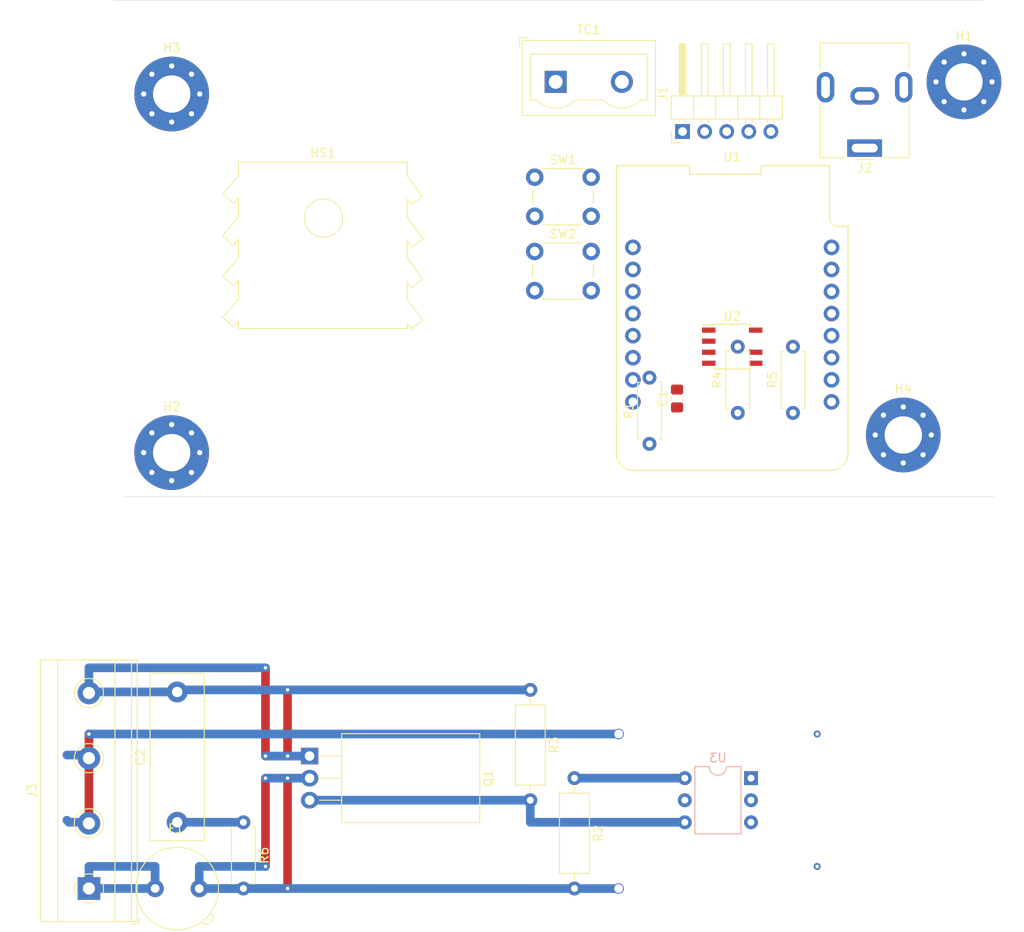
<source format=kicad_pcb>
(kicad_pcb (version 20171130) (host pcbnew 5.1.5+dfsg1-2build2)

  (general
    (thickness 1.6)
    (drawings 29)
    (tracks 53)
    (zones 0)
    (modules 24)
    (nets 22)
  )

  (page A4)
  (layers
    (0 F.Cu signal)
    (31 B.Cu signal)
    (32 B.Adhes user)
    (33 F.Adhes user)
    (34 B.Paste user)
    (35 F.Paste user)
    (36 B.SilkS user)
    (37 F.SilkS user)
    (38 B.Mask user)
    (39 F.Mask user)
    (40 Dwgs.User user)
    (41 Cmts.User user)
    (42 Eco1.User user)
    (43 Eco2.User user)
    (44 Edge.Cuts user)
    (45 Margin user)
    (46 B.CrtYd user)
    (47 F.CrtYd user)
    (48 B.Fab user)
    (49 F.Fab user)
  )

  (setup
    (last_trace_width 1)
    (user_trace_width 1)
    (trace_clearance 0.2)
    (zone_clearance 0.508)
    (zone_45_only no)
    (trace_min 0.2)
    (via_size 0.8)
    (via_drill 0.4)
    (via_min_size 0.4)
    (via_min_drill 0.3)
    (uvia_size 0.3)
    (uvia_drill 0.1)
    (uvias_allowed no)
    (uvia_min_size 0.2)
    (uvia_min_drill 0.1)
    (edge_width 0.05)
    (segment_width 0.2)
    (pcb_text_width 0.3)
    (pcb_text_size 1.5 1.5)
    (mod_edge_width 0.12)
    (mod_text_size 1 1)
    (mod_text_width 0.15)
    (pad_size 1.524 1.524)
    (pad_drill 0.762)
    (pad_to_mask_clearance 0.051)
    (solder_mask_min_width 0.25)
    (aux_axis_origin 0 0)
    (visible_elements FFFFFF7F)
    (pcbplotparams
      (layerselection 0x010fc_ffffffff)
      (usegerberextensions false)
      (usegerberattributes false)
      (usegerberadvancedattributes false)
      (creategerberjobfile false)
      (excludeedgelayer true)
      (linewidth 0.100000)
      (plotframeref false)
      (viasonmask false)
      (mode 1)
      (useauxorigin false)
      (hpglpennumber 1)
      (hpglpenspeed 20)
      (hpglpendiameter 15.000000)
      (psnegative false)
      (psa4output false)
      (plotreference true)
      (plotvalue true)
      (plotinvisibletext false)
      (padsonsilk false)
      (subtractmaskfromsilk false)
      (outputformat 1)
      (mirror false)
      (drillshape 1)
      (scaleselection 1)
      (outputdirectory ""))
  )

  (net 0 "")
  (net 1 GND)
  (net 2 +3V3)
  (net 3 "Net-(C2-Pad2)")
  (net 4 "Net-(C2-Pad1)")
  (net 5 /HOT)
  (net 6 "Net-(F1-Pad2)")
  (net 7 +5V)
  (net 8 /CS_DISPL)
  (net 9 /MISO)
  (net 10 /SCK)
  (net 11 /NEUTRAL)
  (net 12 "Net-(Q1-Pad3)")
  (net 13 "Net-(R1-Pad2)")
  (net 14 "Net-(R1-Pad1)")
  (net 15 "Net-(R2-Pad1)")
  (net 16 "Net-(R4-Pad1)")
  (net 17 "Net-(R5-Pad1)")
  (net 18 "Net-(TC1-Pad2)")
  (net 19 "Net-(TC1-Pad1)")
  (net 20 /CS_THERM)
  (net 21 Earth)

  (net_class Default "This is the default net class."
    (clearance 0.2)
    (trace_width 0.25)
    (via_dia 0.8)
    (via_drill 0.4)
    (uvia_dia 0.3)
    (uvia_drill 0.1)
    (add_net +3V3)
    (add_net +5V)
    (add_net /CS_DISPL)
    (add_net /CS_THERM)
    (add_net /HOT)
    (add_net /MISO)
    (add_net /NEUTRAL)
    (add_net /SCK)
    (add_net Earth)
    (add_net GND)
    (add_net "Net-(C2-Pad1)")
    (add_net "Net-(C2-Pad2)")
    (add_net "Net-(F1-Pad2)")
    (add_net "Net-(Q1-Pad3)")
    (add_net "Net-(R1-Pad1)")
    (add_net "Net-(R1-Pad2)")
    (add_net "Net-(R2-Pad1)")
    (add_net "Net-(R4-Pad1)")
    (add_net "Net-(R5-Pad1)")
    (add_net "Net-(TC1-Pad1)")
    (add_net "Net-(TC1-Pad2)")
    (add_net "Net-(U1-Pad1)")
    (add_net "Net-(U1-Pad13)")
    (add_net "Net-(U1-Pad15)")
    (add_net "Net-(U1-Pad16)")
    (add_net "Net-(U1-Pad2)")
    (add_net "Net-(U1-Pad3)")
    (add_net "Net-(U3-Pad3)")
    (add_net "Net-(U3-Pad5)")
  )

  (module Resistor_THT:R_Axial_DIN0309_L9.0mm_D3.2mm_P12.70mm_Horizontal (layer F.Cu) (tedit 5AE5139B) (tstamp 5F8FAA89)
    (at 116.84 175.26 270)
    (descr "Resistor, Axial_DIN0309 series, Axial, Horizontal, pin pitch=12.7mm, 0.5W = 1/2W, length*diameter=9*3.2mm^2, http://cdn-reichelt.de/documents/datenblatt/B400/1_4W%23YAG.pdf")
    (tags "Resistor Axial_DIN0309 series Axial Horizontal pin pitch 12.7mm 0.5W = 1/2W length 9mm diameter 3.2mm")
    (path /5F8E15A2)
    (fp_text reference R2 (at 6.35 -2.72 90) (layer F.SilkS)
      (effects (font (size 1 1) (thickness 0.15)))
    )
    (fp_text value 360 (at 6.35 2.72 90) (layer F.Fab)
      (effects (font (size 1 1) (thickness 0.15)))
    )
    (fp_text user %R (at 6.35 0 90) (layer F.Fab)
      (effects (font (size 1 1) (thickness 0.15)))
    )
    (fp_line (start 13.75 -1.85) (end -1.05 -1.85) (layer F.CrtYd) (width 0.05))
    (fp_line (start 13.75 1.85) (end 13.75 -1.85) (layer F.CrtYd) (width 0.05))
    (fp_line (start -1.05 1.85) (end 13.75 1.85) (layer F.CrtYd) (width 0.05))
    (fp_line (start -1.05 -1.85) (end -1.05 1.85) (layer F.CrtYd) (width 0.05))
    (fp_line (start 11.66 0) (end 10.97 0) (layer F.SilkS) (width 0.12))
    (fp_line (start 1.04 0) (end 1.73 0) (layer F.SilkS) (width 0.12))
    (fp_line (start 10.97 -1.72) (end 1.73 -1.72) (layer F.SilkS) (width 0.12))
    (fp_line (start 10.97 1.72) (end 10.97 -1.72) (layer F.SilkS) (width 0.12))
    (fp_line (start 1.73 1.72) (end 10.97 1.72) (layer F.SilkS) (width 0.12))
    (fp_line (start 1.73 -1.72) (end 1.73 1.72) (layer F.SilkS) (width 0.12))
    (fp_line (start 12.7 0) (end 10.85 0) (layer F.Fab) (width 0.1))
    (fp_line (start 0 0) (end 1.85 0) (layer F.Fab) (width 0.1))
    (fp_line (start 10.85 -1.6) (end 1.85 -1.6) (layer F.Fab) (width 0.1))
    (fp_line (start 10.85 1.6) (end 10.85 -1.6) (layer F.Fab) (width 0.1))
    (fp_line (start 1.85 1.6) (end 10.85 1.6) (layer F.Fab) (width 0.1))
    (fp_line (start 1.85 -1.6) (end 1.85 1.6) (layer F.Fab) (width 0.1))
    (pad 2 thru_hole oval (at 12.7 0 270) (size 1.6 1.6) (drill 0.8) (layers *.Cu *.Mask)
      (net 6 "Net-(F1-Pad2)"))
    (pad 1 thru_hole circle (at 0 0 270) (size 1.6 1.6) (drill 0.8) (layers *.Cu *.Mask)
      (net 15 "Net-(R2-Pad1)"))
    (model ${KISYS3DMOD}/Resistor_THT.3dshapes/R_Axial_DIN0309_L9.0mm_D3.2mm_P12.70mm_Horizontal.wrl
      (at (xyz 0 0 0))
      (scale (xyz 1 1 1))
      (rotate (xyz 0 0 0))
    )
  )

  (module Resistor_THT:R_Axial_DIN0309_L9.0mm_D3.2mm_P12.70mm_Horizontal (layer F.Cu) (tedit 5AE5139B) (tstamp 5F9A7E11)
    (at 111.76 165.1 270)
    (descr "Resistor, Axial_DIN0309 series, Axial, Horizontal, pin pitch=12.7mm, 0.5W = 1/2W, length*diameter=9*3.2mm^2, http://cdn-reichelt.de/documents/datenblatt/B400/1_4W%23YAG.pdf")
    (tags "Resistor Axial_DIN0309 series Axial Horizontal pin pitch 12.7mm 0.5W = 1/2W length 9mm diameter 3.2mm")
    (path /5F8E3215)
    (fp_text reference R3 (at 6.35 -2.72 90) (layer F.SilkS)
      (effects (font (size 1 1) (thickness 0.15)))
    )
    (fp_text value 330 (at 6.35 2.72 90) (layer F.Fab)
      (effects (font (size 1 1) (thickness 0.15)))
    )
    (fp_text user %R (at 6.35 0 90) (layer F.Fab)
      (effects (font (size 1 1) (thickness 0.15)))
    )
    (fp_line (start 13.75 -1.85) (end -1.05 -1.85) (layer F.CrtYd) (width 0.05))
    (fp_line (start 13.75 1.85) (end 13.75 -1.85) (layer F.CrtYd) (width 0.05))
    (fp_line (start -1.05 1.85) (end 13.75 1.85) (layer F.CrtYd) (width 0.05))
    (fp_line (start -1.05 -1.85) (end -1.05 1.85) (layer F.CrtYd) (width 0.05))
    (fp_line (start 11.66 0) (end 10.97 0) (layer F.SilkS) (width 0.12))
    (fp_line (start 1.04 0) (end 1.73 0) (layer F.SilkS) (width 0.12))
    (fp_line (start 10.97 -1.72) (end 1.73 -1.72) (layer F.SilkS) (width 0.12))
    (fp_line (start 10.97 1.72) (end 10.97 -1.72) (layer F.SilkS) (width 0.12))
    (fp_line (start 1.73 1.72) (end 10.97 1.72) (layer F.SilkS) (width 0.12))
    (fp_line (start 1.73 -1.72) (end 1.73 1.72) (layer F.SilkS) (width 0.12))
    (fp_line (start 12.7 0) (end 10.85 0) (layer F.Fab) (width 0.1))
    (fp_line (start 0 0) (end 1.85 0) (layer F.Fab) (width 0.1))
    (fp_line (start 10.85 -1.6) (end 1.85 -1.6) (layer F.Fab) (width 0.1))
    (fp_line (start 10.85 1.6) (end 10.85 -1.6) (layer F.Fab) (width 0.1))
    (fp_line (start 1.85 1.6) (end 10.85 1.6) (layer F.Fab) (width 0.1))
    (fp_line (start 1.85 -1.6) (end 1.85 1.6) (layer F.Fab) (width 0.1))
    (pad 2 thru_hole oval (at 12.7 0 270) (size 1.6 1.6) (drill 0.8) (layers *.Cu *.Mask)
      (net 12 "Net-(Q1-Pad3)"))
    (pad 1 thru_hole circle (at 0 0 270) (size 1.6 1.6) (drill 0.8) (layers *.Cu *.Mask)
      (net 3 "Net-(C2-Pad2)"))
    (model ${KISYS3DMOD}/Resistor_THT.3dshapes/R_Axial_DIN0309_L9.0mm_D3.2mm_P12.70mm_Horizontal.wrl
      (at (xyz 0 0 0))
      (scale (xyz 1 1 1))
      (rotate (xyz 0 0 0))
    )
  )

  (module Fuse:Fuseholder_TR5_Littelfuse_No560_No460 (layer F.Cu) (tedit 5C39BAE2) (tstamp 5F9A765D)
    (at 68.58 187.96)
    (descr "Fuse, Fuseholder, TR5, Littelfuse/Wickmann, No. 460, No560, https://www.littelfuse.com/~/media/electronics/datasheets/fuse_holders/littelfuse_fuse_holder_559_560_datasheet.pdf.pdf")
    (tags "Fuse Fuseholder TR5 Littelfuse/Wickmann No. 460 No560 ")
    (path /5F96E7F8)
    (fp_text reference F1 (at 2.39 -6.89) (layer F.SilkS)
      (effects (font (size 1 1) (thickness 0.15)))
    )
    (fp_text value Fuse (at -3.955119 -0.394942 -90) (layer F.Fab)
      (effects (font (size 1 1) (thickness 0.15)))
    )
    (fp_circle (center 2.54 0.01) (end 7.29 0.01) (layer F.SilkS) (width 0.12))
    (fp_circle (center 2.55 0) (end 7.25 0) (layer F.Fab) (width 0.1))
    (fp_line (start 7.54 5.01) (end -2.46 5.01) (layer F.CrtYd) (width 0.05))
    (fp_line (start 7.54 5.01) (end 7.54 -4.99) (layer F.CrtYd) (width 0.05))
    (fp_line (start -2.46 -4.99) (end -2.46 5.01) (layer F.CrtYd) (width 0.05))
    (fp_line (start -2.46 -4.99) (end 7.54 -4.99) (layer F.CrtYd) (width 0.05))
    (fp_line (start 5.49 3.99) (end 5.36 3.84) (layer F.SilkS) (width 0.12))
    (fp_line (start 5.67 4.07) (end 5.49 3.99) (layer F.SilkS) (width 0.12))
    (fp_line (start 5.96 4.11) (end 5.67 4.07) (layer F.SilkS) (width 0.12))
    (fp_line (start 6.25 4.03) (end 5.96 4.11) (layer F.SilkS) (width 0.12))
    (fp_line (start 6.47 3.86) (end 6.25 4.03) (layer F.SilkS) (width 0.12))
    (fp_line (start 6.62 3.6) (end 6.47 3.86) (layer F.SilkS) (width 0.12))
    (fp_line (start 6.65 3.34) (end 6.62 3.6) (layer F.SilkS) (width 0.12))
    (fp_line (start 6.6 3.09) (end 6.65 3.34) (layer F.SilkS) (width 0.12))
    (fp_line (start 6.51 2.93) (end 6.6 3.09) (layer F.SilkS) (width 0.12))
    (fp_line (start 6.39 2.79) (end 6.51 2.93) (layer F.SilkS) (width 0.12))
    (fp_line (start 6.34 2.74) (end 6.46 2.88) (layer F.Fab) (width 0.1))
    (fp_line (start 6.46 2.88) (end 6.55 3.04) (layer F.Fab) (width 0.1))
    (fp_line (start 6.55 3.04) (end 6.6 3.29) (layer F.Fab) (width 0.1))
    (fp_line (start 6.6 3.29) (end 6.57 3.55) (layer F.Fab) (width 0.1))
    (fp_line (start 6.57 3.55) (end 6.42 3.81) (layer F.Fab) (width 0.1))
    (fp_line (start 6.42 3.81) (end 6.2 3.98) (layer F.Fab) (width 0.1))
    (fp_line (start 6.2 3.98) (end 5.91 4.06) (layer F.Fab) (width 0.1))
    (fp_line (start 5.91 4.06) (end 5.62 4.02) (layer F.Fab) (width 0.1))
    (fp_line (start 5.62 4.02) (end 5.44 3.94) (layer F.Fab) (width 0.1))
    (fp_line (start 5.44 3.94) (end 5.31 3.79) (layer F.Fab) (width 0.1))
    (fp_text user %R (at 2.75 -2.75) (layer F.Fab)
      (effects (font (size 1 1) (thickness 0.15)))
    )
    (pad 2 thru_hole circle (at 5.08 0.01) (size 2 2) (drill 1) (layers *.Cu *.Mask)
      (net 6 "Net-(F1-Pad2)"))
    (pad 1 thru_hole circle (at 0 0) (size 2 2) (drill 1) (layers *.Cu *.Mask)
      (net 5 /HOT))
    (model ${KISYS3DMOD}/Fuse.3dshapes/Fuseholder_TR5_Littelfuse_No560_No460.wrl
      (at (xyz 0 0 0))
      (scale (xyz 1 1 1))
      (rotate (xyz 0 0 0))
    )
  )

  (module Resistor_THT:R_Axial_DIN0207_L6.3mm_D2.5mm_P7.62mm_Horizontal (layer F.Cu) (tedit 5AE5139B) (tstamp 5F9A6DC7)
    (at 78.74 180.34 270)
    (descr "Resistor, Axial_DIN0207 series, Axial, Horizontal, pin pitch=7.62mm, 0.25W = 1/4W, length*diameter=6.3*2.5mm^2, http://cdn-reichelt.de/documents/datenblatt/B400/1_4W%23YAG.pdf")
    (tags "Resistor Axial_DIN0207 series Axial Horizontal pin pitch 7.62mm 0.25W = 1/4W length 6.3mm diameter 2.5mm")
    (path /5F8EED96)
    (fp_text reference R6 (at 3.81 -2.37 90) (layer F.SilkS)
      (effects (font (size 1 1) (thickness 0.15)))
    )
    (fp_text value 47 (at 3.81 2.37 90) (layer F.Fab)
      (effects (font (size 1 1) (thickness 0.15)))
    )
    (fp_text user %R (at 3.81 0 90) (layer F.Fab)
      (effects (font (size 1 1) (thickness 0.15)))
    )
    (fp_line (start 8.67 -1.5) (end -1.05 -1.5) (layer F.CrtYd) (width 0.05))
    (fp_line (start 8.67 1.5) (end 8.67 -1.5) (layer F.CrtYd) (width 0.05))
    (fp_line (start -1.05 1.5) (end 8.67 1.5) (layer F.CrtYd) (width 0.05))
    (fp_line (start -1.05 -1.5) (end -1.05 1.5) (layer F.CrtYd) (width 0.05))
    (fp_line (start 7.08 1.37) (end 7.08 1.04) (layer F.SilkS) (width 0.12))
    (fp_line (start 0.54 1.37) (end 7.08 1.37) (layer F.SilkS) (width 0.12))
    (fp_line (start 0.54 1.04) (end 0.54 1.37) (layer F.SilkS) (width 0.12))
    (fp_line (start 7.08 -1.37) (end 7.08 -1.04) (layer F.SilkS) (width 0.12))
    (fp_line (start 0.54 -1.37) (end 7.08 -1.37) (layer F.SilkS) (width 0.12))
    (fp_line (start 0.54 -1.04) (end 0.54 -1.37) (layer F.SilkS) (width 0.12))
    (fp_line (start 7.62 0) (end 6.96 0) (layer F.Fab) (width 0.1))
    (fp_line (start 0 0) (end 0.66 0) (layer F.Fab) (width 0.1))
    (fp_line (start 6.96 -1.25) (end 0.66 -1.25) (layer F.Fab) (width 0.1))
    (fp_line (start 6.96 1.25) (end 6.96 -1.25) (layer F.Fab) (width 0.1))
    (fp_line (start 0.66 1.25) (end 6.96 1.25) (layer F.Fab) (width 0.1))
    (fp_line (start 0.66 -1.25) (end 0.66 1.25) (layer F.Fab) (width 0.1))
    (pad 2 thru_hole oval (at 7.62 0 270) (size 1.6 1.6) (drill 0.8) (layers *.Cu *.Mask)
      (net 6 "Net-(F1-Pad2)"))
    (pad 1 thru_hole circle (at 0 0 270) (size 1.6 1.6) (drill 0.8) (layers *.Cu *.Mask)
      (net 4 "Net-(C2-Pad1)"))
    (model ${KISYS3DMOD}/Resistor_THT.3dshapes/R_Axial_DIN0207_L6.3mm_D2.5mm_P7.62mm_Horizontal.wrl
      (at (xyz 0 0 0))
      (scale (xyz 1 1 1))
      (rotate (xyz 0 0 0))
    )
  )

  (module Resistor_THT:R_Axial_DIN0207_L6.3mm_D2.5mm_P7.62mm_Horizontal (layer F.Cu) (tedit 5AE5139B) (tstamp 5F902F5D)
    (at 141.986 133.223 90)
    (descr "Resistor, Axial_DIN0207 series, Axial, Horizontal, pin pitch=7.62mm, 0.25W = 1/4W, length*diameter=6.3*2.5mm^2, http://cdn-reichelt.de/documents/datenblatt/B400/1_4W%23YAG.pdf")
    (tags "Resistor Axial_DIN0207 series Axial Horizontal pin pitch 7.62mm 0.25W = 1/4W length 6.3mm diameter 2.5mm")
    (path /5FA209AE)
    (fp_text reference R5 (at 3.81 -2.37 90) (layer F.SilkS)
      (effects (font (size 1 1) (thickness 0.15)))
    )
    (fp_text value 360 (at 3.81 2.37 90) (layer F.Fab)
      (effects (font (size 1 1) (thickness 0.15)))
    )
    (fp_text user %R (at 3.81 0 90) (layer F.Fab)
      (effects (font (size 1 1) (thickness 0.15)))
    )
    (fp_line (start 8.67 -1.5) (end -1.05 -1.5) (layer F.CrtYd) (width 0.05))
    (fp_line (start 8.67 1.5) (end 8.67 -1.5) (layer F.CrtYd) (width 0.05))
    (fp_line (start -1.05 1.5) (end 8.67 1.5) (layer F.CrtYd) (width 0.05))
    (fp_line (start -1.05 -1.5) (end -1.05 1.5) (layer F.CrtYd) (width 0.05))
    (fp_line (start 7.08 1.37) (end 7.08 1.04) (layer F.SilkS) (width 0.12))
    (fp_line (start 0.54 1.37) (end 7.08 1.37) (layer F.SilkS) (width 0.12))
    (fp_line (start 0.54 1.04) (end 0.54 1.37) (layer F.SilkS) (width 0.12))
    (fp_line (start 7.08 -1.37) (end 7.08 -1.04) (layer F.SilkS) (width 0.12))
    (fp_line (start 0.54 -1.37) (end 7.08 -1.37) (layer F.SilkS) (width 0.12))
    (fp_line (start 0.54 -1.04) (end 0.54 -1.37) (layer F.SilkS) (width 0.12))
    (fp_line (start 7.62 0) (end 6.96 0) (layer F.Fab) (width 0.1))
    (fp_line (start 0 0) (end 0.66 0) (layer F.Fab) (width 0.1))
    (fp_line (start 6.96 -1.25) (end 0.66 -1.25) (layer F.Fab) (width 0.1))
    (fp_line (start 6.96 1.25) (end 6.96 -1.25) (layer F.Fab) (width 0.1))
    (fp_line (start 0.66 1.25) (end 6.96 1.25) (layer F.Fab) (width 0.1))
    (fp_line (start 0.66 -1.25) (end 0.66 1.25) (layer F.Fab) (width 0.1))
    (pad 2 thru_hole oval (at 7.62 0 90) (size 1.6 1.6) (drill 0.8) (layers *.Cu *.Mask)
      (net 2 +3V3))
    (pad 1 thru_hole circle (at 0 0 90) (size 1.6 1.6) (drill 0.8) (layers *.Cu *.Mask)
      (net 17 "Net-(R5-Pad1)"))
    (model ${KISYS3DMOD}/Resistor_THT.3dshapes/R_Axial_DIN0207_L6.3mm_D2.5mm_P7.62mm_Horizontal.wrl
      (at (xyz 0 0 0))
      (scale (xyz 1 1 1))
      (rotate (xyz 0 0 0))
    )
  )

  (module Resistor_THT:R_Axial_DIN0207_L6.3mm_D2.5mm_P7.62mm_Horizontal (layer F.Cu) (tedit 5AE5139B) (tstamp 5F902F2D)
    (at 135.636 133.223 90)
    (descr "Resistor, Axial_DIN0207 series, Axial, Horizontal, pin pitch=7.62mm, 0.25W = 1/4W, length*diameter=6.3*2.5mm^2, http://cdn-reichelt.de/documents/datenblatt/B400/1_4W%23YAG.pdf")
    (tags "Resistor Axial_DIN0207 series Axial Horizontal pin pitch 7.62mm 0.25W = 1/4W length 6.3mm diameter 2.5mm")
    (path /5F97F4AE)
    (fp_text reference R4 (at 3.81 -2.37 90) (layer F.SilkS)
      (effects (font (size 1 1) (thickness 0.15)))
    )
    (fp_text value 360 (at 3.81 2.37 90) (layer F.Fab)
      (effects (font (size 1 1) (thickness 0.15)))
    )
    (fp_text user %R (at 3.81 0 90) (layer F.Fab)
      (effects (font (size 1 1) (thickness 0.15)))
    )
    (fp_line (start 8.67 -1.5) (end -1.05 -1.5) (layer F.CrtYd) (width 0.05))
    (fp_line (start 8.67 1.5) (end 8.67 -1.5) (layer F.CrtYd) (width 0.05))
    (fp_line (start -1.05 1.5) (end 8.67 1.5) (layer F.CrtYd) (width 0.05))
    (fp_line (start -1.05 -1.5) (end -1.05 1.5) (layer F.CrtYd) (width 0.05))
    (fp_line (start 7.08 1.37) (end 7.08 1.04) (layer F.SilkS) (width 0.12))
    (fp_line (start 0.54 1.37) (end 7.08 1.37) (layer F.SilkS) (width 0.12))
    (fp_line (start 0.54 1.04) (end 0.54 1.37) (layer F.SilkS) (width 0.12))
    (fp_line (start 7.08 -1.37) (end 7.08 -1.04) (layer F.SilkS) (width 0.12))
    (fp_line (start 0.54 -1.37) (end 7.08 -1.37) (layer F.SilkS) (width 0.12))
    (fp_line (start 0.54 -1.04) (end 0.54 -1.37) (layer F.SilkS) (width 0.12))
    (fp_line (start 7.62 0) (end 6.96 0) (layer F.Fab) (width 0.1))
    (fp_line (start 0 0) (end 0.66 0) (layer F.Fab) (width 0.1))
    (fp_line (start 6.96 -1.25) (end 0.66 -1.25) (layer F.Fab) (width 0.1))
    (fp_line (start 6.96 1.25) (end 6.96 -1.25) (layer F.Fab) (width 0.1))
    (fp_line (start 0.66 1.25) (end 6.96 1.25) (layer F.Fab) (width 0.1))
    (fp_line (start 0.66 -1.25) (end 0.66 1.25) (layer F.Fab) (width 0.1))
    (pad 2 thru_hole oval (at 7.62 0 90) (size 1.6 1.6) (drill 0.8) (layers *.Cu *.Mask)
      (net 2 +3V3))
    (pad 1 thru_hole circle (at 0 0 90) (size 1.6 1.6) (drill 0.8) (layers *.Cu *.Mask)
      (net 16 "Net-(R4-Pad1)"))
    (model ${KISYS3DMOD}/Resistor_THT.3dshapes/R_Axial_DIN0207_L6.3mm_D2.5mm_P7.62mm_Horizontal.wrl
      (at (xyz 0 0 0))
      (scale (xyz 1 1 1))
      (rotate (xyz 0 0 0))
    )
  )

  (module Resistor_THT:R_Axial_DIN0207_L6.3mm_D2.5mm_P7.62mm_Horizontal (layer F.Cu) (tedit 5AE5139B) (tstamp 5F902F8D)
    (at 125.476 136.788 90)
    (descr "Resistor, Axial_DIN0207 series, Axial, Horizontal, pin pitch=7.62mm, 0.25W = 1/4W, length*diameter=6.3*2.5mm^2, http://cdn-reichelt.de/documents/datenblatt/B400/1_4W%23YAG.pdf")
    (tags "Resistor Axial_DIN0207 series Axial Horizontal pin pitch 7.62mm 0.25W = 1/4W length 6.3mm diameter 2.5mm")
    (path /5F8FBEAA)
    (fp_text reference R1 (at 3.81 -2.37 90) (layer F.SilkS)
      (effects (font (size 1 1) (thickness 0.15)))
    )
    (fp_text value 360 (at 3.81 2.37 90) (layer F.Fab)
      (effects (font (size 1 1) (thickness 0.15)))
    )
    (fp_text user %R (at 3.81 0 90) (layer F.Fab)
      (effects (font (size 1 1) (thickness 0.15)))
    )
    (fp_line (start 8.67 -1.5) (end -1.05 -1.5) (layer F.CrtYd) (width 0.05))
    (fp_line (start 8.67 1.5) (end 8.67 -1.5) (layer F.CrtYd) (width 0.05))
    (fp_line (start -1.05 1.5) (end 8.67 1.5) (layer F.CrtYd) (width 0.05))
    (fp_line (start -1.05 -1.5) (end -1.05 1.5) (layer F.CrtYd) (width 0.05))
    (fp_line (start 7.08 1.37) (end 7.08 1.04) (layer F.SilkS) (width 0.12))
    (fp_line (start 0.54 1.37) (end 7.08 1.37) (layer F.SilkS) (width 0.12))
    (fp_line (start 0.54 1.04) (end 0.54 1.37) (layer F.SilkS) (width 0.12))
    (fp_line (start 7.08 -1.37) (end 7.08 -1.04) (layer F.SilkS) (width 0.12))
    (fp_line (start 0.54 -1.37) (end 7.08 -1.37) (layer F.SilkS) (width 0.12))
    (fp_line (start 0.54 -1.04) (end 0.54 -1.37) (layer F.SilkS) (width 0.12))
    (fp_line (start 7.62 0) (end 6.96 0) (layer F.Fab) (width 0.1))
    (fp_line (start 0 0) (end 0.66 0) (layer F.Fab) (width 0.1))
    (fp_line (start 6.96 -1.25) (end 0.66 -1.25) (layer F.Fab) (width 0.1))
    (fp_line (start 6.96 1.25) (end 6.96 -1.25) (layer F.Fab) (width 0.1))
    (fp_line (start 0.66 1.25) (end 6.96 1.25) (layer F.Fab) (width 0.1))
    (fp_line (start 0.66 -1.25) (end 0.66 1.25) (layer F.Fab) (width 0.1))
    (pad 2 thru_hole oval (at 7.62 0 90) (size 1.6 1.6) (drill 0.8) (layers *.Cu *.Mask)
      (net 13 "Net-(R1-Pad2)"))
    (pad 1 thru_hole circle (at 0 0 90) (size 1.6 1.6) (drill 0.8) (layers *.Cu *.Mask)
      (net 14 "Net-(R1-Pad1)"))
    (model ${KISYS3DMOD}/Resistor_THT.3dshapes/R_Axial_DIN0207_L6.3mm_D2.5mm_P7.62mm_Horizontal.wrl
      (at (xyz 0 0 0))
      (scale (xyz 1 1 1))
      (rotate (xyz 0 0 0))
    )
  )

  (module Capacitor_THT:C_Rect_L19.0mm_W6.0mm_P15.00mm_MKS4 (layer F.Cu) (tedit 5AE50EF0) (tstamp 5F8FD36A)
    (at 71.12 180.34 90)
    (descr "C, Rect series, Radial, pin pitch=15.00mm, , length*width=19*6mm^2, Capacitor, http://www.wima.com/EN/WIMA_MKS_4.pdf")
    (tags "C Rect series Radial pin pitch 15.00mm  length 19mm width 6mm Capacitor")
    (path /5F8EFCA9)
    (fp_text reference C2 (at 7.5 -4.25 90) (layer F.SilkS)
      (effects (font (size 1 1) (thickness 0.15)))
    )
    (fp_text value 10n (at 7.5 4.25 90) (layer F.Fab)
      (effects (font (size 1 1) (thickness 0.15)))
    )
    (fp_text user %R (at 7.5 0 90) (layer F.Fab)
      (effects (font (size 1 1) (thickness 0.15)))
    )
    (fp_line (start 17.25 -3.25) (end -2.25 -3.25) (layer F.CrtYd) (width 0.05))
    (fp_line (start 17.25 3.25) (end 17.25 -3.25) (layer F.CrtYd) (width 0.05))
    (fp_line (start -2.25 3.25) (end 17.25 3.25) (layer F.CrtYd) (width 0.05))
    (fp_line (start -2.25 -3.25) (end -2.25 3.25) (layer F.CrtYd) (width 0.05))
    (fp_line (start 17.12 -3.12) (end 17.12 3.12) (layer F.SilkS) (width 0.12))
    (fp_line (start -2.12 -3.12) (end -2.12 3.12) (layer F.SilkS) (width 0.12))
    (fp_line (start -2.12 3.12) (end 17.12 3.12) (layer F.SilkS) (width 0.12))
    (fp_line (start -2.12 -3.12) (end 17.12 -3.12) (layer F.SilkS) (width 0.12))
    (fp_line (start 17 -3) (end -2 -3) (layer F.Fab) (width 0.1))
    (fp_line (start 17 3) (end 17 -3) (layer F.Fab) (width 0.1))
    (fp_line (start -2 3) (end 17 3) (layer F.Fab) (width 0.1))
    (fp_line (start -2 -3) (end -2 3) (layer F.Fab) (width 0.1))
    (pad 2 thru_hole circle (at 15 0 90) (size 2.4 2.4) (drill 1.2) (layers *.Cu *.Mask)
      (net 3 "Net-(C2-Pad2)"))
    (pad 1 thru_hole circle (at 0 0 90) (size 2.4 2.4) (drill 1.2) (layers *.Cu *.Mask)
      (net 4 "Net-(C2-Pad1)"))
    (model ${KISYS3DMOD}/Capacitor_THT.3dshapes/C_Rect_L19.0mm_W6.0mm_P15.00mm_MKS4.wrl
      (at (xyz 0 0 0))
      (scale (xyz 1 1 1))
      (rotate (xyz 0 0 0))
    )
  )

  (module TerminalBlock_MetzConnect:TerminalBlock_MetzConnect_Type175_RT02704HBLC_1x04_P7.50mm_Horizontal (layer F.Cu) (tedit 5B294EA5) (tstamp 5F9A53A5)
    (at 60.96 187.96 90)
    (descr "terminal block Metz Connect Type175_RT02704HBLC, 4 pins, pitch 7.5mm, size 30x11mm^2, drill diamater 1.4mm, pad diameter 2.6mm, see http://www.metz-connect.com/de/system/files/productfiles/Datenblatt_311751_RT027xxHBLC_OFF-022814U.pdf, script-generated using https://github.com/pointhi/kicad-footprint-generator/scripts/TerminalBlock_MetzConnect")
    (tags "THT terminal block Metz Connect Type175_RT02704HBLC pitch 7.5mm size 30x11mm^2 drill 1.4mm pad 2.6mm")
    (path /5F9AFAD9)
    (fp_text reference J3 (at 11.25 -6.56 90) (layer F.SilkS)
      (effects (font (size 1 1) (thickness 0.15)))
    )
    (fp_text value Screw_Terminal_01x04 (at 11.25 6.56 90) (layer F.Fab)
      (effects (font (size 1 1) (thickness 0.15)))
    )
    (fp_text user %R (at 11.25 4 90) (layer F.Fab)
      (effects (font (size 1 1) (thickness 0.15)))
    )
    (fp_line (start 26.75 -6) (end -4.25 -6) (layer F.CrtYd) (width 0.05))
    (fp_line (start 26.75 6) (end 26.75 -6) (layer F.CrtYd) (width 0.05))
    (fp_line (start -4.25 6) (end 26.75 6) (layer F.CrtYd) (width 0.05))
    (fp_line (start -4.25 -6) (end -4.25 6) (layer F.CrtYd) (width 0.05))
    (fp_line (start -4.05 5.8) (end -3.45 5.8) (layer F.SilkS) (width 0.12))
    (fp_line (start -4.05 4.96) (end -4.05 5.8) (layer F.SilkS) (width 0.12))
    (fp_line (start 21.273 1.023) (end 21.226 1.069) (layer F.SilkS) (width 0.12))
    (fp_line (start 23.57 -1.275) (end 23.535 -1.239) (layer F.SilkS) (width 0.12))
    (fp_line (start 21.466 1.239) (end 21.431 1.274) (layer F.SilkS) (width 0.12))
    (fp_line (start 23.775 -1.069) (end 23.728 -1.023) (layer F.SilkS) (width 0.12))
    (fp_line (start 23.455 -1.138) (end 21.363 0.955) (layer F.Fab) (width 0.1))
    (fp_line (start 23.638 -0.955) (end 21.546 1.138) (layer F.Fab) (width 0.1))
    (fp_line (start 13.773 1.023) (end 13.726 1.069) (layer F.SilkS) (width 0.12))
    (fp_line (start 16.07 -1.275) (end 16.035 -1.239) (layer F.SilkS) (width 0.12))
    (fp_line (start 13.966 1.239) (end 13.931 1.274) (layer F.SilkS) (width 0.12))
    (fp_line (start 16.275 -1.069) (end 16.228 -1.023) (layer F.SilkS) (width 0.12))
    (fp_line (start 15.955 -1.138) (end 13.863 0.955) (layer F.Fab) (width 0.1))
    (fp_line (start 16.138 -0.955) (end 14.046 1.138) (layer F.Fab) (width 0.1))
    (fp_line (start 6.273 1.023) (end 6.226 1.069) (layer F.SilkS) (width 0.12))
    (fp_line (start 8.57 -1.275) (end 8.535 -1.239) (layer F.SilkS) (width 0.12))
    (fp_line (start 6.466 1.239) (end 6.431 1.274) (layer F.SilkS) (width 0.12))
    (fp_line (start 8.775 -1.069) (end 8.728 -1.023) (layer F.SilkS) (width 0.12))
    (fp_line (start 8.455 -1.138) (end 6.363 0.955) (layer F.Fab) (width 0.1))
    (fp_line (start 8.638 -0.955) (end 6.546 1.138) (layer F.Fab) (width 0.1))
    (fp_line (start 0.955 -1.138) (end -1.138 0.955) (layer F.Fab) (width 0.1))
    (fp_line (start 1.138 -0.955) (end -0.955 1.138) (layer F.Fab) (width 0.1))
    (fp_line (start 26.31 -5.56) (end 26.31 5.56) (layer F.SilkS) (width 0.12))
    (fp_line (start -3.81 -5.56) (end -3.81 5.56) (layer F.SilkS) (width 0.12))
    (fp_line (start -3.81 5.56) (end 26.31 5.56) (layer F.SilkS) (width 0.12))
    (fp_line (start -3.81 -5.56) (end 26.31 -5.56) (layer F.SilkS) (width 0.12))
    (fp_line (start -3.81 -3.6) (end 26.31 -3.6) (layer F.SilkS) (width 0.12))
    (fp_line (start -3.75 -3.6) (end 26.25 -3.6) (layer F.Fab) (width 0.1))
    (fp_line (start -3.81 3) (end 26.31 3) (layer F.SilkS) (width 0.12))
    (fp_line (start -3.75 3) (end 26.25 3) (layer F.Fab) (width 0.1))
    (fp_line (start -3.81 4.9) (end 26.31 4.9) (layer F.SilkS) (width 0.12))
    (fp_line (start -3.75 4.9) (end 26.25 4.9) (layer F.Fab) (width 0.1))
    (fp_line (start -3.75 4.9) (end -3.75 -5.5) (layer F.Fab) (width 0.1))
    (fp_line (start -3.15 5.5) (end -3.75 4.9) (layer F.Fab) (width 0.1))
    (fp_line (start 26.25 5.5) (end -3.15 5.5) (layer F.Fab) (width 0.1))
    (fp_line (start 26.25 -5.5) (end 26.25 5.5) (layer F.Fab) (width 0.1))
    (fp_line (start -3.75 -5.5) (end 26.25 -5.5) (layer F.Fab) (width 0.1))
    (fp_circle (center 22.5 0) (end 24.18 0) (layer F.SilkS) (width 0.12))
    (fp_circle (center 22.5 0) (end 24 0) (layer F.Fab) (width 0.1))
    (fp_circle (center 15 0) (end 16.68 0) (layer F.SilkS) (width 0.12))
    (fp_circle (center 15 0) (end 16.5 0) (layer F.Fab) (width 0.1))
    (fp_circle (center 7.5 0) (end 9.18 0) (layer F.SilkS) (width 0.12))
    (fp_circle (center 7.5 0) (end 9 0) (layer F.Fab) (width 0.1))
    (fp_circle (center 0 0) (end 1.5 0) (layer F.Fab) (width 0.1))
    (fp_arc (start 0 0) (end -0.684 1.535) (angle -25) (layer F.SilkS) (width 0.12))
    (fp_arc (start 0 0) (end -1.535 -0.684) (angle -48) (layer F.SilkS) (width 0.12))
    (fp_arc (start 0 0) (end 0.684 -1.535) (angle -48) (layer F.SilkS) (width 0.12))
    (fp_arc (start 0 0) (end 1.535 0.684) (angle -48) (layer F.SilkS) (width 0.12))
    (fp_arc (start 0 0) (end 0 1.68) (angle -24) (layer F.SilkS) (width 0.12))
    (pad 4 thru_hole circle (at 22.5 0 90) (size 2.6 2.6) (drill 1.4) (layers *.Cu *.Mask)
      (net 3 "Net-(C2-Pad2)"))
    (pad 3 thru_hole circle (at 15 0 90) (size 2.6 2.6) (drill 1.4) (layers *.Cu *.Mask)
      (net 11 /NEUTRAL))
    (pad 2 thru_hole circle (at 7.5 0 90) (size 2.6 2.6) (drill 1.4) (layers *.Cu *.Mask)
      (net 11 /NEUTRAL))
    (pad 1 thru_hole rect (at 0 0 90) (size 2.6 2.6) (drill 1.4) (layers *.Cu *.Mask)
      (net 5 /HOT))
    (model ${KISYS3DMOD}/TerminalBlock_MetzConnect.3dshapes/TerminalBlock_MetzConnect_Type175_RT02704HBLC_1x04_P7.50mm_Horizontal.wrl
      (at (xyz 0 0 0))
      (scale (xyz 1 1 1))
      (rotate (xyz 0 0 0))
    )
  )

  (module MountingHole:MountingHole_4.3mm_M4_Pad_Via (layer F.Cu) (tedit 56DDBFD7) (tstamp 5F903917)
    (at 154.686 135.763)
    (descr "Mounting Hole 4.3mm, M4")
    (tags "mounting hole 4.3mm m4")
    (path /5FA228FA)
    (attr virtual)
    (fp_text reference H4 (at 0 -5.3) (layer F.SilkS)
      (effects (font (size 1 1) (thickness 0.15)))
    )
    (fp_text value MountingHole_Pad (at 0 5.3) (layer F.Fab)
      (effects (font (size 1 1) (thickness 0.15)))
    )
    (fp_circle (center 0 0) (end 4.55 0) (layer F.CrtYd) (width 0.05))
    (fp_circle (center 0 0) (end 4.3 0) (layer Cmts.User) (width 0.15))
    (fp_text user %R (at 0.3 0) (layer F.Fab)
      (effects (font (size 1 1) (thickness 0.15)))
    )
    (pad 1 thru_hole circle (at 2.280419 -2.280419) (size 0.9 0.9) (drill 0.6) (layers *.Cu *.Mask)
      (net 21 Earth))
    (pad 1 thru_hole circle (at 0 -3.225) (size 0.9 0.9) (drill 0.6) (layers *.Cu *.Mask)
      (net 21 Earth))
    (pad 1 thru_hole circle (at -2.280419 -2.280419) (size 0.9 0.9) (drill 0.6) (layers *.Cu *.Mask)
      (net 21 Earth))
    (pad 1 thru_hole circle (at -3.225 0) (size 0.9 0.9) (drill 0.6) (layers *.Cu *.Mask)
      (net 21 Earth))
    (pad 1 thru_hole circle (at -2.280419 2.280419) (size 0.9 0.9) (drill 0.6) (layers *.Cu *.Mask)
      (net 21 Earth))
    (pad 1 thru_hole circle (at 0 3.225) (size 0.9 0.9) (drill 0.6) (layers *.Cu *.Mask)
      (net 21 Earth))
    (pad 1 thru_hole circle (at 2.280419 2.280419) (size 0.9 0.9) (drill 0.6) (layers *.Cu *.Mask)
      (net 21 Earth))
    (pad 1 thru_hole circle (at 3.225 0) (size 0.9 0.9) (drill 0.6) (layers *.Cu *.Mask)
      (net 21 Earth))
    (pad 1 thru_hole circle (at 0 0) (size 8.6 8.6) (drill 4.3) (layers *.Cu *.Mask)
      (net 21 Earth))
  )

  (module MountingHole:MountingHole_4.3mm_M4_Pad_Via (layer F.Cu) (tedit 56DDBFD7) (tstamp 5F9038FB)
    (at 70.485 96.52)
    (descr "Mounting Hole 4.3mm, M4")
    (tags "mounting hole 4.3mm m4")
    (path /5FA2B062)
    (attr virtual)
    (fp_text reference H3 (at 0 -5.3) (layer F.SilkS)
      (effects (font (size 1 1) (thickness 0.15)))
    )
    (fp_text value MountingHole_Pad (at 0 5.3) (layer F.Fab)
      (effects (font (size 1 1) (thickness 0.15)))
    )
    (fp_circle (center 0 0) (end 4.55 0) (layer F.CrtYd) (width 0.05))
    (fp_circle (center 0 0) (end 4.3 0) (layer Cmts.User) (width 0.15))
    (fp_text user %R (at 0.3 0) (layer F.Fab)
      (effects (font (size 1 1) (thickness 0.15)))
    )
    (pad 1 thru_hole circle (at 2.280419 -2.280419) (size 0.9 0.9) (drill 0.6) (layers *.Cu *.Mask)
      (net 21 Earth))
    (pad 1 thru_hole circle (at 0 -3.225) (size 0.9 0.9) (drill 0.6) (layers *.Cu *.Mask)
      (net 21 Earth))
    (pad 1 thru_hole circle (at -2.280419 -2.280419) (size 0.9 0.9) (drill 0.6) (layers *.Cu *.Mask)
      (net 21 Earth))
    (pad 1 thru_hole circle (at -3.225 0) (size 0.9 0.9) (drill 0.6) (layers *.Cu *.Mask)
      (net 21 Earth))
    (pad 1 thru_hole circle (at -2.280419 2.280419) (size 0.9 0.9) (drill 0.6) (layers *.Cu *.Mask)
      (net 21 Earth))
    (pad 1 thru_hole circle (at 0 3.225) (size 0.9 0.9) (drill 0.6) (layers *.Cu *.Mask)
      (net 21 Earth))
    (pad 1 thru_hole circle (at 2.280419 2.280419) (size 0.9 0.9) (drill 0.6) (layers *.Cu *.Mask)
      (net 21 Earth))
    (pad 1 thru_hole circle (at 3.225 0) (size 0.9 0.9) (drill 0.6) (layers *.Cu *.Mask)
      (net 21 Earth))
    (pad 1 thru_hole circle (at 0 0) (size 8.6 8.6) (drill 4.3) (layers *.Cu *.Mask)
      (net 21 Earth))
  )

  (module MountingHole:MountingHole_4.3mm_M4_Pad_Via (layer F.Cu) (tedit 56DDBFD7) (tstamp 5F9038DF)
    (at 70.485 137.795)
    (descr "Mounting Hole 4.3mm, M4")
    (tags "mounting hole 4.3mm m4")
    (path /5FA2B407)
    (attr virtual)
    (fp_text reference H2 (at 0 -5.3) (layer F.SilkS)
      (effects (font (size 1 1) (thickness 0.15)))
    )
    (fp_text value MountingHole_Pad (at 0 5.3) (layer F.Fab)
      (effects (font (size 1 1) (thickness 0.15)))
    )
    (fp_circle (center 0 0) (end 4.55 0) (layer F.CrtYd) (width 0.05))
    (fp_circle (center 0 0) (end 4.3 0) (layer Cmts.User) (width 0.15))
    (fp_text user %R (at 0.3 0) (layer F.Fab)
      (effects (font (size 1 1) (thickness 0.15)))
    )
    (pad 1 thru_hole circle (at 2.280419 -2.280419) (size 0.9 0.9) (drill 0.6) (layers *.Cu *.Mask)
      (net 21 Earth))
    (pad 1 thru_hole circle (at 0 -3.225) (size 0.9 0.9) (drill 0.6) (layers *.Cu *.Mask)
      (net 21 Earth))
    (pad 1 thru_hole circle (at -2.280419 -2.280419) (size 0.9 0.9) (drill 0.6) (layers *.Cu *.Mask)
      (net 21 Earth))
    (pad 1 thru_hole circle (at -3.225 0) (size 0.9 0.9) (drill 0.6) (layers *.Cu *.Mask)
      (net 21 Earth))
    (pad 1 thru_hole circle (at -2.280419 2.280419) (size 0.9 0.9) (drill 0.6) (layers *.Cu *.Mask)
      (net 21 Earth))
    (pad 1 thru_hole circle (at 0 3.225) (size 0.9 0.9) (drill 0.6) (layers *.Cu *.Mask)
      (net 21 Earth))
    (pad 1 thru_hole circle (at 2.280419 2.280419) (size 0.9 0.9) (drill 0.6) (layers *.Cu *.Mask)
      (net 21 Earth))
    (pad 1 thru_hole circle (at 3.225 0) (size 0.9 0.9) (drill 0.6) (layers *.Cu *.Mask)
      (net 21 Earth))
    (pad 1 thru_hole circle (at 0 0) (size 8.6 8.6) (drill 4.3) (layers *.Cu *.Mask)
      (net 21 Earth))
  )

  (module MountingHole:MountingHole_4.3mm_M4_Pad_Via (layer F.Cu) (tedit 56DDBFD7) (tstamp 5F9038C3)
    (at 161.671 95.123)
    (descr "Mounting Hole 4.3mm, M4")
    (tags "mounting hole 4.3mm m4")
    (path /5FA2B815)
    (attr virtual)
    (fp_text reference H1 (at 0 -5.3) (layer F.SilkS)
      (effects (font (size 1 1) (thickness 0.15)))
    )
    (fp_text value MountingHole_Pad (at 0 5.3) (layer F.Fab)
      (effects (font (size 1 1) (thickness 0.15)))
    )
    (fp_circle (center 0 0) (end 4.55 0) (layer F.CrtYd) (width 0.05))
    (fp_circle (center 0 0) (end 4.3 0) (layer Cmts.User) (width 0.15))
    (fp_text user %R (at 0.3 0) (layer F.Fab)
      (effects (font (size 1 1) (thickness 0.15)))
    )
    (pad 1 thru_hole circle (at 2.280419 -2.280419) (size 0.9 0.9) (drill 0.6) (layers *.Cu *.Mask)
      (net 21 Earth))
    (pad 1 thru_hole circle (at 0 -3.225) (size 0.9 0.9) (drill 0.6) (layers *.Cu *.Mask)
      (net 21 Earth))
    (pad 1 thru_hole circle (at -2.280419 -2.280419) (size 0.9 0.9) (drill 0.6) (layers *.Cu *.Mask)
      (net 21 Earth))
    (pad 1 thru_hole circle (at -3.225 0) (size 0.9 0.9) (drill 0.6) (layers *.Cu *.Mask)
      (net 21 Earth))
    (pad 1 thru_hole circle (at -2.280419 2.280419) (size 0.9 0.9) (drill 0.6) (layers *.Cu *.Mask)
      (net 21 Earth))
    (pad 1 thru_hole circle (at 0 3.225) (size 0.9 0.9) (drill 0.6) (layers *.Cu *.Mask)
      (net 21 Earth))
    (pad 1 thru_hole circle (at 2.280419 2.280419) (size 0.9 0.9) (drill 0.6) (layers *.Cu *.Mask)
      (net 21 Earth))
    (pad 1 thru_hole circle (at 3.225 0) (size 0.9 0.9) (drill 0.6) (layers *.Cu *.Mask)
      (net 21 Earth))
    (pad 1 thru_hole circle (at 0 0) (size 8.6 8.6) (drill 4.3) (layers *.Cu *.Mask)
      (net 21 Earth))
  )

  (module Capacitor_SMD:C_0805_2012Metric_Pad1.15x1.40mm_HandSolder (layer F.Cu) (tedit 5B36C52B) (tstamp 5F902EFD)
    (at 128.651 131.563 90)
    (descr "Capacitor SMD 0805 (2012 Metric), square (rectangular) end terminal, IPC_7351 nominal with elongated pad for handsoldering. (Body size source: https://docs.google.com/spreadsheets/d/1BsfQQcO9C6DZCsRaXUlFlo91Tg2WpOkGARC1WS5S8t0/edit?usp=sharing), generated with kicad-footprint-generator")
    (tags "capacitor handsolder")
    (path /5F932165)
    (attr smd)
    (fp_text reference C1 (at 0 -1.65 90) (layer F.SilkS)
      (effects (font (size 1 1) (thickness 0.15)))
    )
    (fp_text value 100nF (at 0 1.65 90) (layer F.Fab)
      (effects (font (size 1 1) (thickness 0.15)))
    )
    (fp_text user %R (at 0 0 90) (layer F.Fab)
      (effects (font (size 0.5 0.5) (thickness 0.08)))
    )
    (fp_line (start 1.85 0.95) (end -1.85 0.95) (layer F.CrtYd) (width 0.05))
    (fp_line (start 1.85 -0.95) (end 1.85 0.95) (layer F.CrtYd) (width 0.05))
    (fp_line (start -1.85 -0.95) (end 1.85 -0.95) (layer F.CrtYd) (width 0.05))
    (fp_line (start -1.85 0.95) (end -1.85 -0.95) (layer F.CrtYd) (width 0.05))
    (fp_line (start -0.261252 0.71) (end 0.261252 0.71) (layer F.SilkS) (width 0.12))
    (fp_line (start -0.261252 -0.71) (end 0.261252 -0.71) (layer F.SilkS) (width 0.12))
    (fp_line (start 1 0.6) (end -1 0.6) (layer F.Fab) (width 0.1))
    (fp_line (start 1 -0.6) (end 1 0.6) (layer F.Fab) (width 0.1))
    (fp_line (start -1 -0.6) (end 1 -0.6) (layer F.Fab) (width 0.1))
    (fp_line (start -1 0.6) (end -1 -0.6) (layer F.Fab) (width 0.1))
    (pad 2 smd roundrect (at 1.025 0 90) (size 1.15 1.4) (layers F.Cu F.Paste F.Mask) (roundrect_rratio 0.217391)
      (net 1 GND))
    (pad 1 smd roundrect (at -1.025 0 90) (size 1.15 1.4) (layers F.Cu F.Paste F.Mask) (roundrect_rratio 0.217391)
      (net 2 +3V3))
    (model ${KISYS3DMOD}/Capacitor_SMD.3dshapes/C_0805_2012Metric.wrl
      (at (xyz 0 0 0))
      (scale (xyz 1 1 1))
      (rotate (xyz 0 0 0))
    )
  )

  (module Package_DIP:DIP-6_W7.62mm (layer B.Cu) (tedit 5A02E8C5) (tstamp 5F9B2DE0)
    (at 137.16 175.26 180)
    (descr "6-lead though-hole mounted DIP package, row spacing 7.62 mm (300 mils)")
    (tags "THT DIP DIL PDIP 2.54mm 7.62mm 300mil")
    (path /5F8E1D03)
    (fp_text reference U3 (at 3.81 2.33) (layer B.SilkS)
      (effects (font (size 1 1) (thickness 0.15)) (justify mirror))
    )
    (fp_text value MOC3041M (at 3.81 -7.41) (layer B.Fab)
      (effects (font (size 1 1) (thickness 0.15)) (justify mirror))
    )
    (fp_text user %R (at 3.81 -2.54) (layer B.Fab)
      (effects (font (size 1 1) (thickness 0.15)) (justify mirror))
    )
    (fp_line (start 8.7 1.55) (end -1.1 1.55) (layer B.CrtYd) (width 0.05))
    (fp_line (start 8.7 -6.6) (end 8.7 1.55) (layer B.CrtYd) (width 0.05))
    (fp_line (start -1.1 -6.6) (end 8.7 -6.6) (layer B.CrtYd) (width 0.05))
    (fp_line (start -1.1 1.55) (end -1.1 -6.6) (layer B.CrtYd) (width 0.05))
    (fp_line (start 6.46 1.33) (end 4.81 1.33) (layer B.SilkS) (width 0.12))
    (fp_line (start 6.46 -6.41) (end 6.46 1.33) (layer B.SilkS) (width 0.12))
    (fp_line (start 1.16 -6.41) (end 6.46 -6.41) (layer B.SilkS) (width 0.12))
    (fp_line (start 1.16 1.33) (end 1.16 -6.41) (layer B.SilkS) (width 0.12))
    (fp_line (start 2.81 1.33) (end 1.16 1.33) (layer B.SilkS) (width 0.12))
    (fp_line (start 0.635 0.27) (end 1.635 1.27) (layer B.Fab) (width 0.1))
    (fp_line (start 0.635 -6.35) (end 0.635 0.27) (layer B.Fab) (width 0.1))
    (fp_line (start 6.985 -6.35) (end 0.635 -6.35) (layer B.Fab) (width 0.1))
    (fp_line (start 6.985 1.27) (end 6.985 -6.35) (layer B.Fab) (width 0.1))
    (fp_line (start 1.635 1.27) (end 6.985 1.27) (layer B.Fab) (width 0.1))
    (fp_arc (start 3.81 1.33) (end 2.81 1.33) (angle 180) (layer B.SilkS) (width 0.12))
    (pad 6 thru_hole oval (at 7.62 0 180) (size 1.6 1.6) (drill 0.8) (layers *.Cu *.Mask)
      (net 15 "Net-(R2-Pad1)"))
    (pad 3 thru_hole oval (at 0 -5.08 180) (size 1.6 1.6) (drill 0.8) (layers *.Cu *.Mask))
    (pad 5 thru_hole oval (at 7.62 -2.54 180) (size 1.6 1.6) (drill 0.8) (layers *.Cu *.Mask))
    (pad 2 thru_hole oval (at 0 -2.54 180) (size 1.6 1.6) (drill 0.8) (layers *.Cu *.Mask)
      (net 1 GND))
    (pad 4 thru_hole oval (at 7.62 -5.08 180) (size 1.6 1.6) (drill 0.8) (layers *.Cu *.Mask)
      (net 12 "Net-(Q1-Pad3)"))
    (pad 1 thru_hole rect (at 0 0 180) (size 1.6 1.6) (drill 0.8) (layers *.Cu *.Mask)
      (net 14 "Net-(R1-Pad1)"))
    (model ${KISYS3DMOD}/Package_DIP.3dshapes/DIP-6_W7.62mm.wrl
      (at (xyz 0 0 0))
      (scale (xyz 1 1 1))
      (rotate (xyz 0 0 0))
    )
  )

  (module Package_SO:SOIC-8-N7_3.9x4.9mm_P1.27mm (layer F.Cu) (tedit 5A02F2D3) (tstamp 5F902FC8)
    (at 135.001 125.603)
    (descr "8-Lead Plastic Small Outline (SN) - Narrow, 3.90 mm Body [SOIC], pin 7 removed (Microchip Packaging Specification 00000049BS.pdf, http://www.onsemi.com/pub/Collateral/NCP1207B.PDF)")
    (tags "SOIC 1.27")
    (path /5F8CC2D6)
    (attr smd)
    (fp_text reference U2 (at 0 -3.5) (layer F.SilkS)
      (effects (font (size 1 1) (thickness 0.15)))
    )
    (fp_text value MAX6675 (at 0 3.5) (layer F.Fab)
      (effects (font (size 1 1) (thickness 0.15)))
    )
    (fp_line (start -2.075 -2.525) (end -3.475 -2.525) (layer F.SilkS) (width 0.15))
    (fp_line (start -2.075 2.575) (end 2.075 2.575) (layer F.SilkS) (width 0.15))
    (fp_line (start -2.075 -2.575) (end 2.075 -2.575) (layer F.SilkS) (width 0.15))
    (fp_line (start -2.075 2.575) (end -2.075 2.43) (layer F.SilkS) (width 0.15))
    (fp_line (start 2.075 2.575) (end 2.075 2.43) (layer F.SilkS) (width 0.15))
    (fp_line (start 2.075 -2.575) (end 2.075 -2.43) (layer F.SilkS) (width 0.15))
    (fp_line (start -2.075 -2.575) (end -2.075 -2.525) (layer F.SilkS) (width 0.15))
    (fp_line (start -3.73 2.7) (end 3.73 2.7) (layer F.CrtYd) (width 0.05))
    (fp_line (start -3.73 -2.7) (end 3.73 -2.7) (layer F.CrtYd) (width 0.05))
    (fp_line (start 3.73 -2.7) (end 3.73 2.7) (layer F.CrtYd) (width 0.05))
    (fp_line (start -3.73 -2.7) (end -3.73 2.7) (layer F.CrtYd) (width 0.05))
    (fp_line (start -1.95 -1.45) (end -0.95 -2.45) (layer F.Fab) (width 0.1))
    (fp_line (start -1.95 2.45) (end -1.95 -1.45) (layer F.Fab) (width 0.1))
    (fp_line (start 1.95 2.45) (end -1.95 2.45) (layer F.Fab) (width 0.1))
    (fp_line (start 1.95 -2.45) (end 1.95 2.45) (layer F.Fab) (width 0.1))
    (fp_line (start -0.95 -2.45) (end 1.95 -2.45) (layer F.Fab) (width 0.1))
    (fp_text user %R (at 0 0) (layer F.Fab)
      (effects (font (size 1 1) (thickness 0.15)))
    )
    (pad 8 smd rect (at 2.7 -1.905) (size 1.55 0.6) (layers F.Cu F.Paste F.Mask))
    (pad 6 smd rect (at 2.7 0.635) (size 1.55 0.6) (layers F.Cu F.Paste F.Mask)
      (net 20 /CS_THERM))
    (pad 5 smd rect (at 2.7 1.905) (size 1.55 0.6) (layers F.Cu F.Paste F.Mask)
      (net 10 /SCK))
    (pad 4 smd rect (at -2.7 1.905) (size 1.55 0.6) (layers F.Cu F.Paste F.Mask)
      (net 2 +3V3))
    (pad 3 smd rect (at -2.7 0.635) (size 1.55 0.6) (layers F.Cu F.Paste F.Mask)
      (net 18 "Net-(TC1-Pad2)"))
    (pad 2 smd rect (at -2.7 -0.635) (size 1.55 0.6) (layers F.Cu F.Paste F.Mask)
      (net 19 "Net-(TC1-Pad1)"))
    (pad 1 smd rect (at -2.7 -1.905) (size 1.55 0.6) (layers F.Cu F.Paste F.Mask)
      (net 1 GND))
    (model ${KISYS3DMOD}/Package_SO.3dshapes/SOIC-8-N7_3.9x4.9mm_P1.27mm.wrl
      (at (xyz 0 0 0))
      (scale (xyz 1 1 1))
      (rotate (xyz 0 0 0))
    )
  )

  (module TerminalBlock:TerminalBlock_Wuerth_691311400102_P7.62mm (layer F.Cu) (tedit 5B582864) (tstamp 5F8FAB41)
    (at 114.681 95.123)
    (descr https://katalog.we-online.de/em/datasheet/6913114001xx.pdf)
    (tags "Wuerth WR-TBL Series 3114 terminal block pitch 7.62mm")
    (path /5F8FD797)
    (fp_text reference TC1 (at 3.81 -6) (layer F.SilkS)
      (effects (font (size 1 1) (thickness 0.15)))
    )
    (fp_text value Thermocouple_ALT (at 3.81 5) (layer F.Fab)
      (effects (font (size 1 1) (thickness 0.15)))
    )
    (fp_line (start -3.8 -3.7) (end -2.8 -4.7) (layer F.Fab) (width 0.1))
    (fp_line (start 10.53 2.1) (end 10.53 -3.2) (layer F.SilkS) (width 0.12))
    (fp_line (start 9.78 2.1) (end 10.53 2.1) (layer F.SilkS) (width 0.12))
    (fp_arc (start 7.62 0) (end 5.46 2.1) (angle -91.6) (layer F.SilkS) (width 0.12))
    (fp_line (start 2.14 2.1) (end 5.46 2.1) (layer F.SilkS) (width 0.12))
    (fp_arc (start 0 0) (end -2.14 2.1) (angle -91.1) (layer F.SilkS) (width 0.12))
    (fp_line (start -2.89 2.1) (end -2.14 2.1) (layer F.SilkS) (width 0.12))
    (fp_line (start -2.89 -3.2) (end -2.89 2.1) (layer F.SilkS) (width 0.12))
    (fp_line (start 10.53 -3.2) (end -2.89 -3.2) (layer F.SilkS) (width 0.12))
    (fp_line (start -4.3 4.3) (end -4.3 -5.2) (layer F.CrtYd) (width 0.05))
    (fp_line (start 11.92 4.3) (end -4.3 4.3) (layer F.CrtYd) (width 0.05))
    (fp_line (start 11.92 -5.2) (end 11.92 4.3) (layer F.CrtYd) (width 0.05))
    (fp_line (start -4.3 -5.2) (end 11.92 -5.2) (layer F.CrtYd) (width 0.05))
    (fp_text user %R (at 3.81 0) (layer F.Fab)
      (effects (font (size 1 1) (thickness 0.15)))
    )
    (fp_line (start -4.17 -5.07) (end -3.17 -5.07) (layer F.SilkS) (width 0.12))
    (fp_line (start -4.17 -5.07) (end -4.17 -4.07) (layer F.SilkS) (width 0.12))
    (fp_line (start -3.87 3.87) (end -3.87 -4.77) (layer F.SilkS) (width 0.12))
    (fp_line (start 11.49 3.87) (end -3.87 3.87) (layer F.SilkS) (width 0.12))
    (fp_line (start 11.49 -4.77) (end 11.49 3.87) (layer F.SilkS) (width 0.12))
    (fp_line (start -3.86 -4.77) (end 11.49 -4.77) (layer F.SilkS) (width 0.12))
    (fp_line (start -3.8 3.8) (end -3.8 -3.7) (layer F.Fab) (width 0.1))
    (fp_line (start 11.42 3.8) (end -3.8 3.8) (layer F.Fab) (width 0.1))
    (fp_line (start 11.42 -4.7) (end 11.42 3.8) (layer F.Fab) (width 0.1))
    (fp_line (start -2.8 -4.7) (end 11.42 -4.7) (layer F.Fab) (width 0.1))
    (pad 2 thru_hole circle (at 7.62 0) (size 2.54 2.54) (drill 1.6) (layers *.Cu *.Mask)
      (net 18 "Net-(TC1-Pad2)"))
    (pad 1 thru_hole rect (at 0 0) (size 2.54 2.54) (drill 1.6) (layers *.Cu *.Mask)
      (net 19 "Net-(TC1-Pad1)"))
    (model ${KISYS3DMOD}/TerminalBlock.3dshapes/TerminalBlock_Wuerth_691311400102_P7.62mm.wrl
      (at (xyz 0 0 0))
      (scale (xyz 1 1 1))
      (rotate (xyz 0 0 0))
    )
  )

  (module Button_Switch_THT:SW_PUSH_6mm (layer F.Cu) (tedit 5A02FE31) (tstamp 5F8FFB99)
    (at 112.267725 114.643)
    (descr https://www.omron.com/ecb/products/pdf/en-b3f.pdf)
    (tags "tact sw push 6mm")
    (path /5FA209A8)
    (fp_text reference SW2 (at 3.25 -2) (layer F.SilkS)
      (effects (font (size 1 1) (thickness 0.15)))
    )
    (fp_text value SW_Push (at 3.75 6.7) (layer F.Fab)
      (effects (font (size 1 1) (thickness 0.15)))
    )
    (fp_circle (center 3.25 2.25) (end 1.25 2.5) (layer F.Fab) (width 0.1))
    (fp_line (start 6.75 3) (end 6.75 1.5) (layer F.SilkS) (width 0.12))
    (fp_line (start 5.5 -1) (end 1 -1) (layer F.SilkS) (width 0.12))
    (fp_line (start -0.25 1.5) (end -0.25 3) (layer F.SilkS) (width 0.12))
    (fp_line (start 1 5.5) (end 5.5 5.5) (layer F.SilkS) (width 0.12))
    (fp_line (start 8 -1.25) (end 8 5.75) (layer F.CrtYd) (width 0.05))
    (fp_line (start 7.75 6) (end -1.25 6) (layer F.CrtYd) (width 0.05))
    (fp_line (start -1.5 5.75) (end -1.5 -1.25) (layer F.CrtYd) (width 0.05))
    (fp_line (start -1.25 -1.5) (end 7.75 -1.5) (layer F.CrtYd) (width 0.05))
    (fp_line (start -1.5 6) (end -1.25 6) (layer F.CrtYd) (width 0.05))
    (fp_line (start -1.5 5.75) (end -1.5 6) (layer F.CrtYd) (width 0.05))
    (fp_line (start -1.5 -1.5) (end -1.25 -1.5) (layer F.CrtYd) (width 0.05))
    (fp_line (start -1.5 -1.25) (end -1.5 -1.5) (layer F.CrtYd) (width 0.05))
    (fp_line (start 8 -1.5) (end 8 -1.25) (layer F.CrtYd) (width 0.05))
    (fp_line (start 7.75 -1.5) (end 8 -1.5) (layer F.CrtYd) (width 0.05))
    (fp_line (start 8 6) (end 8 5.75) (layer F.CrtYd) (width 0.05))
    (fp_line (start 7.75 6) (end 8 6) (layer F.CrtYd) (width 0.05))
    (fp_line (start 0.25 -0.75) (end 3.25 -0.75) (layer F.Fab) (width 0.1))
    (fp_line (start 0.25 5.25) (end 0.25 -0.75) (layer F.Fab) (width 0.1))
    (fp_line (start 6.25 5.25) (end 0.25 5.25) (layer F.Fab) (width 0.1))
    (fp_line (start 6.25 -0.75) (end 6.25 5.25) (layer F.Fab) (width 0.1))
    (fp_line (start 3.25 -0.75) (end 6.25 -0.75) (layer F.Fab) (width 0.1))
    (fp_text user %R (at 3.25 2.25) (layer F.Fab)
      (effects (font (size 1 1) (thickness 0.15)))
    )
    (pad 1 thru_hole circle (at 6.5 0 90) (size 2 2) (drill 1.1) (layers *.Cu *.Mask)
      (net 17 "Net-(R5-Pad1)"))
    (pad 2 thru_hole circle (at 6.5 4.5 90) (size 2 2) (drill 1.1) (layers *.Cu *.Mask)
      (net 1 GND))
    (pad 1 thru_hole circle (at 0 0 90) (size 2 2) (drill 1.1) (layers *.Cu *.Mask)
      (net 17 "Net-(R5-Pad1)"))
    (pad 2 thru_hole circle (at 0 4.5 90) (size 2 2) (drill 1.1) (layers *.Cu *.Mask)
      (net 1 GND))
    (model ${KISYS3DMOD}/Button_Switch_THT.3dshapes/SW_PUSH_6mm.wrl
      (at (xyz 0 0 0))
      (scale (xyz 1 1 1))
      (rotate (xyz 0 0 0))
    )
  )

  (module Button_Switch_THT:SW_PUSH_6mm (layer F.Cu) (tedit 5A02FE31) (tstamp 5F8FAB04)
    (at 112.267725 106.093)
    (descr https://www.omron.com/ecb/products/pdf/en-b3f.pdf)
    (tags "tact sw push 6mm")
    (path /5F8CD034)
    (fp_text reference SW1 (at 3.25 -2) (layer F.SilkS)
      (effects (font (size 1 1) (thickness 0.15)))
    )
    (fp_text value SW_Push (at 3.75 6.7) (layer F.Fab)
      (effects (font (size 1 1) (thickness 0.15)))
    )
    (fp_circle (center 3.25 2.25) (end 1.25 2.5) (layer F.Fab) (width 0.1))
    (fp_line (start 6.75 3) (end 6.75 1.5) (layer F.SilkS) (width 0.12))
    (fp_line (start 5.5 -1) (end 1 -1) (layer F.SilkS) (width 0.12))
    (fp_line (start -0.25 1.5) (end -0.25 3) (layer F.SilkS) (width 0.12))
    (fp_line (start 1 5.5) (end 5.5 5.5) (layer F.SilkS) (width 0.12))
    (fp_line (start 8 -1.25) (end 8 5.75) (layer F.CrtYd) (width 0.05))
    (fp_line (start 7.75 6) (end -1.25 6) (layer F.CrtYd) (width 0.05))
    (fp_line (start -1.5 5.75) (end -1.5 -1.25) (layer F.CrtYd) (width 0.05))
    (fp_line (start -1.25 -1.5) (end 7.75 -1.5) (layer F.CrtYd) (width 0.05))
    (fp_line (start -1.5 6) (end -1.25 6) (layer F.CrtYd) (width 0.05))
    (fp_line (start -1.5 5.75) (end -1.5 6) (layer F.CrtYd) (width 0.05))
    (fp_line (start -1.5 -1.5) (end -1.25 -1.5) (layer F.CrtYd) (width 0.05))
    (fp_line (start -1.5 -1.25) (end -1.5 -1.5) (layer F.CrtYd) (width 0.05))
    (fp_line (start 8 -1.5) (end 8 -1.25) (layer F.CrtYd) (width 0.05))
    (fp_line (start 7.75 -1.5) (end 8 -1.5) (layer F.CrtYd) (width 0.05))
    (fp_line (start 8 6) (end 8 5.75) (layer F.CrtYd) (width 0.05))
    (fp_line (start 7.75 6) (end 8 6) (layer F.CrtYd) (width 0.05))
    (fp_line (start 0.25 -0.75) (end 3.25 -0.75) (layer F.Fab) (width 0.1))
    (fp_line (start 0.25 5.25) (end 0.25 -0.75) (layer F.Fab) (width 0.1))
    (fp_line (start 6.25 5.25) (end 0.25 5.25) (layer F.Fab) (width 0.1))
    (fp_line (start 6.25 -0.75) (end 6.25 5.25) (layer F.Fab) (width 0.1))
    (fp_line (start 3.25 -0.75) (end 6.25 -0.75) (layer F.Fab) (width 0.1))
    (fp_text user %R (at 3.25 2.25) (layer F.Fab)
      (effects (font (size 1 1) (thickness 0.15)))
    )
    (pad 1 thru_hole circle (at 6.5 0 90) (size 2 2) (drill 1.1) (layers *.Cu *.Mask)
      (net 16 "Net-(R4-Pad1)"))
    (pad 2 thru_hole circle (at 6.5 4.5 90) (size 2 2) (drill 1.1) (layers *.Cu *.Mask)
      (net 1 GND))
    (pad 1 thru_hole circle (at 0 0 90) (size 2 2) (drill 1.1) (layers *.Cu *.Mask)
      (net 16 "Net-(R4-Pad1)"))
    (pad 2 thru_hole circle (at 0 4.5 90) (size 2 2) (drill 1.1) (layers *.Cu *.Mask)
      (net 1 GND))
    (model ${KISYS3DMOD}/Button_Switch_THT.3dshapes/SW_PUSH_6mm.wrl
      (at (xyz 0 0 0))
      (scale (xyz 1 1 1))
      (rotate (xyz 0 0 0))
    )
  )

  (module Package_TO_SOT_THT:TO-220-3_Horizontal_TabDown (layer F.Cu) (tedit 5AC8BA0D) (tstamp 5F8FAA5B)
    (at 86.36 172.72 270)
    (descr "TO-220-3, Horizontal, RM 2.54mm, see https://www.vishay.com/docs/66542/to-220-1.pdf")
    (tags "TO-220-3 Horizontal RM 2.54mm")
    (path /5F8DB977)
    (fp_text reference Q1 (at 2.54 -20.58 90) (layer F.SilkS)
      (effects (font (size 1 1) (thickness 0.15)))
    )
    (fp_text value BT139-600 (at 2.54 2 90) (layer F.Fab)
      (effects (font (size 1 1) (thickness 0.15)))
    )
    (fp_text user %R (at 2.54 -20.58 90) (layer F.Fab)
      (effects (font (size 1 1) (thickness 0.15)))
    )
    (fp_line (start 7.79 -19.71) (end -2.71 -19.71) (layer F.CrtYd) (width 0.05))
    (fp_line (start 7.79 1.25) (end 7.79 -19.71) (layer F.CrtYd) (width 0.05))
    (fp_line (start -2.71 1.25) (end 7.79 1.25) (layer F.CrtYd) (width 0.05))
    (fp_line (start -2.71 -19.71) (end -2.71 1.25) (layer F.CrtYd) (width 0.05))
    (fp_line (start 5.08 -3.69) (end 5.08 -1.15) (layer F.SilkS) (width 0.12))
    (fp_line (start 2.54 -3.69) (end 2.54 -1.15) (layer F.SilkS) (width 0.12))
    (fp_line (start 0 -3.69) (end 0 -1.15) (layer F.SilkS) (width 0.12))
    (fp_line (start 7.66 -19.58) (end 7.66 -3.69) (layer F.SilkS) (width 0.12))
    (fp_line (start -2.58 -19.58) (end -2.58 -3.69) (layer F.SilkS) (width 0.12))
    (fp_line (start -2.58 -19.58) (end 7.66 -19.58) (layer F.SilkS) (width 0.12))
    (fp_line (start -2.58 -3.69) (end 7.66 -3.69) (layer F.SilkS) (width 0.12))
    (fp_line (start 5.08 -3.81) (end 5.08 0) (layer F.Fab) (width 0.1))
    (fp_line (start 2.54 -3.81) (end 2.54 0) (layer F.Fab) (width 0.1))
    (fp_line (start 0 -3.81) (end 0 0) (layer F.Fab) (width 0.1))
    (fp_line (start 7.54 -3.81) (end -2.46 -3.81) (layer F.Fab) (width 0.1))
    (fp_line (start 7.54 -13.06) (end 7.54 -3.81) (layer F.Fab) (width 0.1))
    (fp_line (start -2.46 -13.06) (end 7.54 -13.06) (layer F.Fab) (width 0.1))
    (fp_line (start -2.46 -3.81) (end -2.46 -13.06) (layer F.Fab) (width 0.1))
    (fp_line (start 7.54 -13.06) (end -2.46 -13.06) (layer F.Fab) (width 0.1))
    (fp_line (start 7.54 -19.46) (end 7.54 -13.06) (layer F.Fab) (width 0.1))
    (fp_line (start -2.46 -19.46) (end 7.54 -19.46) (layer F.Fab) (width 0.1))
    (fp_line (start -2.46 -13.06) (end -2.46 -19.46) (layer F.Fab) (width 0.1))
    (fp_circle (center 2.54 -16.66) (end 4.39 -16.66) (layer F.Fab) (width 0.1))
    (pad 3 thru_hole oval (at 5.08 0 270) (size 1.905 2) (drill 1.1) (layers *.Cu *.Mask)
      (net 12 "Net-(Q1-Pad3)"))
    (pad 2 thru_hole oval (at 2.54 0 270) (size 1.905 2) (drill 1.1) (layers *.Cu *.Mask)
      (net 6 "Net-(F1-Pad2)"))
    (pad 1 thru_hole rect (at 0 0 270) (size 1.905 2) (drill 1.1) (layers *.Cu *.Mask)
      (net 3 "Net-(C2-Pad2)"))
    (pad "" np_thru_hole oval (at 2.54 -16.66 270) (size 3.5 3.5) (drill 3.5) (layers *.Cu *.Mask))
    (model ${KISYS3DMOD}/Package_TO_SOT_THT.3dshapes/TO-220-3_Horizontal_TabDown.wrl
      (at (xyz 0 0 0))
      (scale (xyz 1 1 1))
      (rotate (xyz 0 0 0))
    )
  )

  (module Connector_BarrelJack:BarrelJack_CUI_PJ-063AH_Horizontal (layer F.Cu) (tedit 5B0886BD) (tstamp 5F8FAA10)
    (at 150.241 102.743 180)
    (descr "Barrel Jack, 2.0mm ID, 5.5mm OD, 24V, 8A, no switch, https://www.cui.com/product/resource/pj-063ah.pdf")
    (tags "barrel jack cui dc power")
    (path /5F9BB088)
    (fp_text reference J2 (at 0 -2.3) (layer F.SilkS)
      (effects (font (size 1 1) (thickness 0.15)))
    )
    (fp_text value Barrel_Jack (at 0 13) (layer F.Fab)
      (effects (font (size 1 1) (thickness 0.15)))
    )
    (fp_text user %R (at 0 5.5) (layer F.Fab)
      (effects (font (size 1 1) (thickness 0.15)))
    )
    (fp_line (start 6 -1.5) (end -6 -1.5) (layer F.CrtYd) (width 0.05))
    (fp_line (start 6 12.5) (end 6 -1.5) (layer F.CrtYd) (width 0.05))
    (fp_line (start -6 12.5) (end 6 12.5) (layer F.CrtYd) (width 0.05))
    (fp_line (start -6 -1.5) (end -6 12.5) (layer F.CrtYd) (width 0.05))
    (fp_line (start -1 -1.3) (end 1 -1.3) (layer F.SilkS) (width 0.12))
    (fp_line (start -5.11 12.11) (end -5.11 9.05) (layer F.SilkS) (width 0.12))
    (fp_line (start 5.11 12.11) (end -5.11 12.11) (layer F.SilkS) (width 0.12))
    (fp_line (start 5.11 9.05) (end 5.11 12.11) (layer F.SilkS) (width 0.12))
    (fp_line (start 5.11 -1.11) (end 5.11 4.95) (layer F.SilkS) (width 0.12))
    (fp_line (start 2.3 -1.11) (end 5.11 -1.11) (layer F.SilkS) (width 0.12))
    (fp_line (start -5.11 -1.11) (end -2.3 -1.11) (layer F.SilkS) (width 0.12))
    (fp_line (start -5.11 4.95) (end -5.11 -1.11) (layer F.SilkS) (width 0.12))
    (fp_line (start -5 12) (end -5 -1) (layer F.Fab) (width 0.1))
    (fp_line (start 5 12) (end -5 12) (layer F.Fab) (width 0.1))
    (fp_line (start 5 -1) (end 5 12) (layer F.Fab) (width 0.1))
    (fp_line (start 1 -1) (end 5 -1) (layer F.Fab) (width 0.1))
    (fp_line (start 0 0) (end 1 -1) (layer F.Fab) (width 0.1))
    (fp_line (start -1 -1) (end 0 0) (layer F.Fab) (width 0.1))
    (fp_line (start -5 -1) (end -1 -1) (layer F.Fab) (width 0.1))
    (pad "" np_thru_hole circle (at 0 9 180) (size 1.6 1.6) (drill 1.6) (layers *.Cu *.Mask))
    (pad MP thru_hole oval (at 4.5 7 180) (size 2 3.5) (drill oval 1 2.5) (layers *.Cu *.Mask))
    (pad MP thru_hole oval (at -4.5 7 180) (size 2 3.5) (drill oval 1 2.5) (layers *.Cu *.Mask))
    (pad 2 thru_hole oval (at 0 6 180) (size 3.3 2) (drill oval 2.3 1) (layers *.Cu *.Mask)
      (net 1 GND))
    (pad 1 thru_hole rect (at 0 0 180) (size 4 2) (drill oval 3 1) (layers *.Cu *.Mask)
      (net 7 +5V))
    (model ${KISYS3DMOD}/Connector_BarrelJack.3dshapes/BarrelJack_CUI_PJ-063AH_Horizontal.wrl
      (at (xyz 0 0 0))
      (scale (xyz 1 1 1))
      (rotate (xyz 0 0 0))
    )
  )

  (module Connector_PinHeader_2.54mm:PinHeader_1x05_P2.54mm_Horizontal (layer F.Cu) (tedit 59FED5CB) (tstamp 5F8FA9F3)
    (at 129.286 100.838 90)
    (descr "Through hole angled pin header, 1x05, 2.54mm pitch, 6mm pin length, single row")
    (tags "Through hole angled pin header THT 1x05 2.54mm single row")
    (path /5F9480C2)
    (fp_text reference J1 (at 4.385 -2.27 90) (layer F.SilkS)
      (effects (font (size 1 1) (thickness 0.15)))
    )
    (fp_text value Conn_01x05 (at 4.385 12.43 90) (layer F.Fab)
      (effects (font (size 1 1) (thickness 0.15)))
    )
    (fp_text user %R (at 2.77 5.08) (layer F.Fab)
      (effects (font (size 1 1) (thickness 0.15)))
    )
    (fp_line (start 10.55 -1.8) (end -1.8 -1.8) (layer F.CrtYd) (width 0.05))
    (fp_line (start 10.55 11.95) (end 10.55 -1.8) (layer F.CrtYd) (width 0.05))
    (fp_line (start -1.8 11.95) (end 10.55 11.95) (layer F.CrtYd) (width 0.05))
    (fp_line (start -1.8 -1.8) (end -1.8 11.95) (layer F.CrtYd) (width 0.05))
    (fp_line (start -1.27 -1.27) (end 0 -1.27) (layer F.SilkS) (width 0.12))
    (fp_line (start -1.27 0) (end -1.27 -1.27) (layer F.SilkS) (width 0.12))
    (fp_line (start 1.042929 10.54) (end 1.44 10.54) (layer F.SilkS) (width 0.12))
    (fp_line (start 1.042929 9.78) (end 1.44 9.78) (layer F.SilkS) (width 0.12))
    (fp_line (start 10.1 10.54) (end 4.1 10.54) (layer F.SilkS) (width 0.12))
    (fp_line (start 10.1 9.78) (end 10.1 10.54) (layer F.SilkS) (width 0.12))
    (fp_line (start 4.1 9.78) (end 10.1 9.78) (layer F.SilkS) (width 0.12))
    (fp_line (start 1.44 8.89) (end 4.1 8.89) (layer F.SilkS) (width 0.12))
    (fp_line (start 1.042929 8) (end 1.44 8) (layer F.SilkS) (width 0.12))
    (fp_line (start 1.042929 7.24) (end 1.44 7.24) (layer F.SilkS) (width 0.12))
    (fp_line (start 10.1 8) (end 4.1 8) (layer F.SilkS) (width 0.12))
    (fp_line (start 10.1 7.24) (end 10.1 8) (layer F.SilkS) (width 0.12))
    (fp_line (start 4.1 7.24) (end 10.1 7.24) (layer F.SilkS) (width 0.12))
    (fp_line (start 1.44 6.35) (end 4.1 6.35) (layer F.SilkS) (width 0.12))
    (fp_line (start 1.042929 5.46) (end 1.44 5.46) (layer F.SilkS) (width 0.12))
    (fp_line (start 1.042929 4.7) (end 1.44 4.7) (layer F.SilkS) (width 0.12))
    (fp_line (start 10.1 5.46) (end 4.1 5.46) (layer F.SilkS) (width 0.12))
    (fp_line (start 10.1 4.7) (end 10.1 5.46) (layer F.SilkS) (width 0.12))
    (fp_line (start 4.1 4.7) (end 10.1 4.7) (layer F.SilkS) (width 0.12))
    (fp_line (start 1.44 3.81) (end 4.1 3.81) (layer F.SilkS) (width 0.12))
    (fp_line (start 1.042929 2.92) (end 1.44 2.92) (layer F.SilkS) (width 0.12))
    (fp_line (start 1.042929 2.16) (end 1.44 2.16) (layer F.SilkS) (width 0.12))
    (fp_line (start 10.1 2.92) (end 4.1 2.92) (layer F.SilkS) (width 0.12))
    (fp_line (start 10.1 2.16) (end 10.1 2.92) (layer F.SilkS) (width 0.12))
    (fp_line (start 4.1 2.16) (end 10.1 2.16) (layer F.SilkS) (width 0.12))
    (fp_line (start 1.44 1.27) (end 4.1 1.27) (layer F.SilkS) (width 0.12))
    (fp_line (start 1.11 0.38) (end 1.44 0.38) (layer F.SilkS) (width 0.12))
    (fp_line (start 1.11 -0.38) (end 1.44 -0.38) (layer F.SilkS) (width 0.12))
    (fp_line (start 4.1 0.28) (end 10.1 0.28) (layer F.SilkS) (width 0.12))
    (fp_line (start 4.1 0.16) (end 10.1 0.16) (layer F.SilkS) (width 0.12))
    (fp_line (start 4.1 0.04) (end 10.1 0.04) (layer F.SilkS) (width 0.12))
    (fp_line (start 4.1 -0.08) (end 10.1 -0.08) (layer F.SilkS) (width 0.12))
    (fp_line (start 4.1 -0.2) (end 10.1 -0.2) (layer F.SilkS) (width 0.12))
    (fp_line (start 4.1 -0.32) (end 10.1 -0.32) (layer F.SilkS) (width 0.12))
    (fp_line (start 10.1 0.38) (end 4.1 0.38) (layer F.SilkS) (width 0.12))
    (fp_line (start 10.1 -0.38) (end 10.1 0.38) (layer F.SilkS) (width 0.12))
    (fp_line (start 4.1 -0.38) (end 10.1 -0.38) (layer F.SilkS) (width 0.12))
    (fp_line (start 4.1 -1.33) (end 1.44 -1.33) (layer F.SilkS) (width 0.12))
    (fp_line (start 4.1 11.49) (end 4.1 -1.33) (layer F.SilkS) (width 0.12))
    (fp_line (start 1.44 11.49) (end 4.1 11.49) (layer F.SilkS) (width 0.12))
    (fp_line (start 1.44 -1.33) (end 1.44 11.49) (layer F.SilkS) (width 0.12))
    (fp_line (start 4.04 10.48) (end 10.04 10.48) (layer F.Fab) (width 0.1))
    (fp_line (start 10.04 9.84) (end 10.04 10.48) (layer F.Fab) (width 0.1))
    (fp_line (start 4.04 9.84) (end 10.04 9.84) (layer F.Fab) (width 0.1))
    (fp_line (start -0.32 10.48) (end 1.5 10.48) (layer F.Fab) (width 0.1))
    (fp_line (start -0.32 9.84) (end -0.32 10.48) (layer F.Fab) (width 0.1))
    (fp_line (start -0.32 9.84) (end 1.5 9.84) (layer F.Fab) (width 0.1))
    (fp_line (start 4.04 7.94) (end 10.04 7.94) (layer F.Fab) (width 0.1))
    (fp_line (start 10.04 7.3) (end 10.04 7.94) (layer F.Fab) (width 0.1))
    (fp_line (start 4.04 7.3) (end 10.04 7.3) (layer F.Fab) (width 0.1))
    (fp_line (start -0.32 7.94) (end 1.5 7.94) (layer F.Fab) (width 0.1))
    (fp_line (start -0.32 7.3) (end -0.32 7.94) (layer F.Fab) (width 0.1))
    (fp_line (start -0.32 7.3) (end 1.5 7.3) (layer F.Fab) (width 0.1))
    (fp_line (start 4.04 5.4) (end 10.04 5.4) (layer F.Fab) (width 0.1))
    (fp_line (start 10.04 4.76) (end 10.04 5.4) (layer F.Fab) (width 0.1))
    (fp_line (start 4.04 4.76) (end 10.04 4.76) (layer F.Fab) (width 0.1))
    (fp_line (start -0.32 5.4) (end 1.5 5.4) (layer F.Fab) (width 0.1))
    (fp_line (start -0.32 4.76) (end -0.32 5.4) (layer F.Fab) (width 0.1))
    (fp_line (start -0.32 4.76) (end 1.5 4.76) (layer F.Fab) (width 0.1))
    (fp_line (start 4.04 2.86) (end 10.04 2.86) (layer F.Fab) (width 0.1))
    (fp_line (start 10.04 2.22) (end 10.04 2.86) (layer F.Fab) (width 0.1))
    (fp_line (start 4.04 2.22) (end 10.04 2.22) (layer F.Fab) (width 0.1))
    (fp_line (start -0.32 2.86) (end 1.5 2.86) (layer F.Fab) (width 0.1))
    (fp_line (start -0.32 2.22) (end -0.32 2.86) (layer F.Fab) (width 0.1))
    (fp_line (start -0.32 2.22) (end 1.5 2.22) (layer F.Fab) (width 0.1))
    (fp_line (start 4.04 0.32) (end 10.04 0.32) (layer F.Fab) (width 0.1))
    (fp_line (start 10.04 -0.32) (end 10.04 0.32) (layer F.Fab) (width 0.1))
    (fp_line (start 4.04 -0.32) (end 10.04 -0.32) (layer F.Fab) (width 0.1))
    (fp_line (start -0.32 0.32) (end 1.5 0.32) (layer F.Fab) (width 0.1))
    (fp_line (start -0.32 -0.32) (end -0.32 0.32) (layer F.Fab) (width 0.1))
    (fp_line (start -0.32 -0.32) (end 1.5 -0.32) (layer F.Fab) (width 0.1))
    (fp_line (start 1.5 -0.635) (end 2.135 -1.27) (layer F.Fab) (width 0.1))
    (fp_line (start 1.5 11.43) (end 1.5 -0.635) (layer F.Fab) (width 0.1))
    (fp_line (start 4.04 11.43) (end 1.5 11.43) (layer F.Fab) (width 0.1))
    (fp_line (start 4.04 -1.27) (end 4.04 11.43) (layer F.Fab) (width 0.1))
    (fp_line (start 2.135 -1.27) (end 4.04 -1.27) (layer F.Fab) (width 0.1))
    (pad 5 thru_hole oval (at 0 10.16 90) (size 1.7 1.7) (drill 1) (layers *.Cu *.Mask)
      (net 1 GND))
    (pad 4 thru_hole oval (at 0 7.62 90) (size 1.7 1.7) (drill 1) (layers *.Cu *.Mask)
      (net 7 +5V))
    (pad 3 thru_hole oval (at 0 5.08 90) (size 1.7 1.7) (drill 1) (layers *.Cu *.Mask)
      (net 8 /CS_DISPL))
    (pad 2 thru_hole oval (at 0 2.54 90) (size 1.7 1.7) (drill 1) (layers *.Cu *.Mask)
      (net 9 /MISO))
    (pad 1 thru_hole rect (at 0 0 90) (size 1.7 1.7) (drill 1) (layers *.Cu *.Mask)
      (net 10 /SCK))
    (model ${KISYS3DMOD}/Connector_PinHeader_2.54mm.3dshapes/PinHeader_1x05_P2.54mm_Horizontal.wrl
      (at (xyz 0 0 0))
      (scale (xyz 1 1 1))
      (rotate (xyz 0 0 0))
    )
  )

  (module Heatsink:Heatsink_Aavid-TV5G_TO220_Horizontal (layer F.Cu) (tedit 5BE6CB46) (tstamp 5F8FA999)
    (at 87.884 110.8075)
    (descr "Heatsink TV5G TO-220 Horizontal, https://www.shopaavid.com/Product/TV-5G")
    (tags "Heatsink TV5G TO-220 Horizontal ")
    (path /5F9E58FF)
    (fp_text reference HS1 (at 0 -7.5) (layer F.SilkS)
      (effects (font (size 1 1) (thickness 0.15)))
    )
    (fp_text value Heatsink (at -0.27 14.12) (layer F.Fab)
      (effects (font (size 1 1) (thickness 0.15)))
    )
    (fp_circle (center 0.09 0) (end 2.29 -0.1) (layer F.SilkS) (width 0.12))
    (fp_circle (center 0.09 0) (end 2.09 0.1) (layer F.Fab) (width 0.1))
    (fp_line (start -11.65 12.9) (end 11.65 12.9) (layer F.CrtYd) (width 0.05))
    (fp_line (start -9.71 -4.94) (end -9.71 -6.45) (layer F.SilkS) (width 0.12))
    (fp_line (start -11.51 -2.8) (end -9.7 -4.91) (layer F.SilkS) (width 0.12))
    (fp_line (start -10.26 -1.7) (end -11.51 -2.8) (layer F.SilkS) (width 0.12))
    (fp_line (start -9.71 -2.36) (end -10.26 -1.7) (layer F.SilkS) (width 0.12))
    (fp_line (start -9.71 -0.19) (end -9.71 -2.35) (layer F.SilkS) (width 0.12))
    (fp_line (start -11.51 2) (end -9.71 -0.18) (layer F.SilkS) (width 0.12))
    (fp_line (start -10.36 3.15) (end -11.51 2) (layer F.SilkS) (width 0.12))
    (fp_line (start -9.71 2.39) (end -10.36 3.15) (layer F.SilkS) (width 0.12))
    (fp_line (start -9.71 4.54) (end -9.71 2.39) (layer F.SilkS) (width 0.12))
    (fp_line (start -11.51 6.7) (end -9.71 4.55) (layer F.SilkS) (width 0.12))
    (fp_line (start -10.26 7.8) (end -11.51 6.7) (layer F.SilkS) (width 0.12))
    (fp_line (start -9.71 7.14) (end -10.26 7.8) (layer F.SilkS) (width 0.12))
    (fp_line (start -9.71 9.32) (end -9.71 7.15) (layer F.SilkS) (width 0.12))
    (fp_line (start -11.51 11.4) (end -9.71 9.32) (layer F.SilkS) (width 0.12))
    (fp_line (start -10.26 12.55) (end -11.51 11.4) (layer F.SilkS) (width 0.12))
    (fp_line (start -9.71 11.9) (end -10.26 12.55) (layer F.SilkS) (width 0.12))
    (fp_line (start -9.71 12.7) (end -9.71 11.9) (layer F.SilkS) (width 0.12))
    (fp_line (start 9.71 12.7) (end -9.71 12.7) (layer F.SilkS) (width 0.12))
    (fp_line (start 9.71 12.1) (end 9.71 12.7) (layer F.SilkS) (width 0.12))
    (fp_line (start 10.19 12.75) (end 9.71 12.1) (layer F.SilkS) (width 0.12))
    (fp_line (start 11.49 11.75) (end 10.19 12.75) (layer F.SilkS) (width 0.12))
    (fp_line (start 9.69 9.3) (end 11.49 11.75) (layer F.SilkS) (width 0.12))
    (fp_line (start 9.69 7.3) (end 9.69 9.3) (layer F.SilkS) (width 0.12))
    (fp_line (start 10.24 8) (end 9.69 7.3) (layer F.SilkS) (width 0.12))
    (fp_line (start 11.49 7) (end 10.24 8) (layer F.SilkS) (width 0.12))
    (fp_line (start 9.69 4.55) (end 11.49 7) (layer F.SilkS) (width 0.12))
    (fp_line (start 9.69 2.6) (end 9.69 4.55) (layer F.SilkS) (width 0.12))
    (fp_line (start 10.24 3.35) (end 9.69 2.6) (layer F.SilkS) (width 0.12))
    (fp_line (start 11.54 2.4) (end 10.24 3.35) (layer F.SilkS) (width 0.12))
    (fp_line (start 9.69 -0.15) (end 11.49 2.35) (layer F.SilkS) (width 0.12))
    (fp_line (start 9.69 -2.25) (end 9.69 -0.15) (layer F.SilkS) (width 0.12))
    (fp_line (start 10.19 -1.55) (end 9.69 -2.25) (layer F.SilkS) (width 0.12))
    (fp_line (start 11.44 -2.5) (end 10.19 -1.55) (layer F.SilkS) (width 0.12))
    (fp_line (start 9.69 -4.9) (end 11.44 -2.5) (layer F.SilkS) (width 0.12))
    (fp_line (start 9.71 -6.45) (end 9.71 -4.9) (layer F.SilkS) (width 0.12))
    (fp_line (start -9.69 -6.45) (end 9.69 -6.45) (layer F.SilkS) (width 0.12))
    (fp_line (start -11.65 -6.6) (end -11.65 12.9) (layer F.CrtYd) (width 0.05))
    (fp_line (start 11.65 -6.6) (end -11.65 -6.6) (layer F.CrtYd) (width 0.05))
    (fp_line (start 11.65 12.9) (end 11.65 -6.6) (layer F.CrtYd) (width 0.05))
    (fp_line (start 8.1 9.8124) (end 8.1 12.6124) (layer F.Fab) (width 0.1))
    (fp_line (start 9.6 11.8624) (end 9.6 12.6124) (layer F.Fab) (width 0.1))
    (fp_line (start 9.6 7.0624) (end 9.6 9.3124) (layer F.Fab) (width 0.1))
    (fp_line (start 8.1 5.0124) (end 8.1 8.1624) (layer F.Fab) (width 0.1))
    (fp_line (start 9.6 2.3124) (end 9.6 4.5624) (layer F.Fab) (width 0.1))
    (fp_line (start 8.1 0.2624) (end 8.1 3.4124) (layer F.Fab) (width 0.1))
    (fp_line (start 9.6 -2.4376) (end 9.6 -0.1376) (layer F.Fab) (width 0.1))
    (fp_line (start 8.1 -4.5376) (end 8.1 -1.3876) (layer F.Fab) (width 0.1))
    (fp_line (start 9.6 -6.3376) (end 9.6 -4.98) (layer F.Fab) (width 0.1))
    (fp_line (start 8.1 -6.35) (end 8.1 -6.03) (layer F.Fab) (width 0.1))
    (fp_line (start -8.1 9.86) (end -8.1 12.65) (layer F.Fab) (width 0.1))
    (fp_line (start -8.1 5.13) (end -8.1 8.08) (layer F.Fab) (width 0.1))
    (fp_line (start -8.1 0.34) (end -8.1 3.33) (layer F.Fab) (width 0.1))
    (fp_line (start -8.1 -4.44) (end -8.1 -1.35) (layer F.Fab) (width 0.1))
    (fp_line (start -8.1 -6.3376) (end -8.1 -6.07) (layer F.Fab) (width 0.1))
    (fp_line (start -9.6 11.61) (end -9.6 12.65) (layer F.Fab) (width 0.1))
    (fp_line (start -9.6 6.88) (end -9.6 9.3) (layer F.Fab) (width 0.1))
    (fp_line (start -9.6 2.13) (end -9.6 4.56) (layer F.Fab) (width 0.1))
    (fp_line (start -9.6 -2.63) (end -9.6 -0.18) (layer F.Fab) (width 0.1))
    (fp_line (start -9.6 -6.35) (end -9.6 -4.95) (layer F.Fab) (width 0.1))
    (fp_line (start -11.4 11.4124) (end -10.285 12.425) (layer F.Fab) (width 0.1))
    (fp_line (start -7.25 8.8124) (end -10.26 12.4) (layer F.Fab) (width 0.1))
    (fp_line (start -8.35 7.8624) (end -7.25 8.8124) (layer F.Fab) (width 0.1))
    (fp_line (start -11.4 11.4124) (end -8.35 7.8624) (layer F.Fab) (width 0.1))
    (fp_line (start -10.3 7.7124) (end -11.4 6.7124) (layer F.Fab) (width 0.1))
    (fp_line (start -7.25 4.1124) (end -10.3 7.7124) (layer F.Fab) (width 0.1))
    (fp_line (start -8.35 3.1124) (end -7.25 4.1124) (layer F.Fab) (width 0.1))
    (fp_line (start -11.4 6.7124) (end -8.35 3.1124) (layer F.Fab) (width 0.1))
    (fp_line (start -7.3 -0.6376) (end -8.4 -1.5876) (layer F.Fab) (width 0.1))
    (fp_line (start -10.35 3.0124) (end -7.3 -0.6376) (layer F.Fab) (width 0.1))
    (fp_line (start -11.4 1.9624) (end -10.35 3.0124) (layer F.Fab) (width 0.1))
    (fp_line (start -11.4 1.9624) (end -8.4 -1.5876) (layer F.Fab) (width 0.1))
    (fp_line (start -7.3 -5.3876) (end -7.4 -5.2876) (layer F.Fab) (width 0.1))
    (fp_line (start -8.35 -6.2876) (end -7.3 -5.3876) (layer F.Fab) (width 0.1))
    (fp_line (start -10.285 -1.8) (end -7.4 -5.2876) (layer F.Fab) (width 0.1))
    (fp_line (start -11.4 -2.7876) (end -10.285 -1.8) (layer F.Fab) (width 0.1))
    (fp_line (start -8.4 -6.3376) (end -11.4 -2.7876) (layer F.Fab) (width 0.1))
    (fp_line (start 7.35 8.7624) (end 10.2 12.6624) (layer F.Fab) (width 0.1))
    (fp_line (start 8.5 7.8624) (end 7.35 8.7624) (layer F.Fab) (width 0.1))
    (fp_line (start 11.4 11.7624) (end 8.5 7.8624) (layer F.Fab) (width 0.1))
    (fp_line (start 10.2 12.6624) (end 11.4 11.7624) (layer F.Fab) (width 0.1))
    (fp_line (start 7.35 3.9624) (end 8.5 3.1124) (layer F.Fab) (width 0.1))
    (fp_line (start 10.25 7.9124) (end 7.35 3.9624) (layer F.Fab) (width 0.1))
    (fp_line (start 11.4 7.0124) (end 10.25 7.9124) (layer F.Fab) (width 0.1))
    (fp_line (start 8.515 3.125) (end 11.4 7.0124) (layer F.Fab) (width 0.1))
    (fp_line (start 7.35 -0.7876) (end 8.5 -1.6376) (layer F.Fab) (width 0.1))
    (fp_line (start 10.25 3.2124) (end 7.35 -0.7876) (layer F.Fab) (width 0.1))
    (fp_line (start 11.39 2.375) (end 10.25 3.2124) (layer F.Fab) (width 0.12))
    (fp_line (start 8.5 -1.6376) (end 11.4 2.3624) (layer F.Fab) (width 0.1))
    (fp_line (start 8.55 -6.33) (end 7.4 -5.5376) (layer F.Fab) (width 0.1))
    (fp_line (start 11.39 -2.525) (end 8.61 -6.34) (layer F.Fab) (width 0.1))
    (fp_line (start 10.2 -1.6376) (end 11.39 -2.525) (layer F.Fab) (width 0.1))
    (fp_line (start 7.4 -5.5376) (end 10.2 -1.6376) (layer F.Fab) (width 0.1))
    (fp_line (start 9.6 -6.35) (end -9.6 -6.35) (layer F.Fab) (width 0.1))
    (fp_line (start -9.6 12.65) (end 9.6 12.65) (layer F.Fab) (width 0.1))
    (fp_text user %R (at 0 -4) (layer F.Fab)
      (effects (font (size 1 1) (thickness 0.15)))
    )
    (model ${KISYS3DMOD}/Heatsink.3dshapes/Heatsink_Aavid-TV5G_TO220_Horizontal.wrl
      (at (xyz 0 0 0))
      (scale (xyz 1 1 1))
      (rotate (xyz 0 0 0))
    )
  )

  (module wemos-d1-mini:wemos-d1-mini-connectors-only (layer F.Cu) (tedit 5EC77245) (tstamp 5F8CFFF1)
    (at 135.001 123.063 270)
    (path /5F8CB77F)
    (fp_text reference U1 (at -19.3 0) (layer F.SilkS)
      (effects (font (size 1 1) (thickness 0.15)))
    )
    (fp_text value WeMos_D1_mini (at 0 0 90) (layer F.Fab)
      (effects (font (size 1 1) (thickness 0.15)))
    )
    (fp_arc (start -12.48 -12.33) (end -11.48 -12.33) (angle 90) (layer F.CrtYd) (width 0.05))
    (fp_line (start -18.46 -11.33) (end -12.48 -11.33) (layer F.CrtYd) (width 0.05))
    (fp_line (start -11.48 -13.5) (end -11.48 -12.33) (layer F.CrtYd) (width 0.05))
    (fp_line (start -11.3 -13.33) (end -11.3 -13.33) (layer F.SilkS) (width 0.15))
    (fp_line (start -11.3 -12.17) (end -11.3 -13.33) (layer F.SilkS) (width 0.15))
    (fp_arc (start -12.3 -12.18) (end -11.3 -12.18) (angle 90) (layer F.SilkS) (width 0.15))
    (fp_line (start -18.3 -11.18) (end -12.3 -11.18) (layer F.SilkS) (width 0.15))
    (fp_arc (start 14.94 -11.5) (end 14.85 -13.5) (angle 92.57657183) (layer F.CrtYd) (width 0.05))
    (fp_arc (start 14.94 11.5) (end 16.94 11.5) (angle 90) (layer F.CrtYd) (width 0.05))
    (fp_arc (start 14.78 11.33) (end 16.78 11.33) (angle 90) (layer F.SilkS) (width 0.15))
    (fp_arc (start 14.78 -11.33) (end 14.78 -13.33) (angle 90) (layer F.SilkS) (width 0.15))
    (fp_line (start -18.46 13.5) (end -18.46 -11.33) (layer F.CrtYd) (width 0.05))
    (fp_line (start 14.94 13.5) (end -18.46 13.5) (layer F.CrtYd) (width 0.05))
    (fp_line (start 16.94 -11.5) (end 16.94 11.5) (layer F.CrtYd) (width 0.05))
    (fp_line (start -11.48 -13.5) (end 14.85 -13.5) (layer F.CrtYd) (width 0.05))
    (fp_line (start -18.3 4.9) (end -18.3 13.329999) (layer F.SilkS) (width 0.15))
    (fp_line (start -17.3 4.9) (end -18.3 4.9) (layer F.SilkS) (width 0.15))
    (fp_line (start -17.3 -3.32) (end -17.3 4.9) (layer F.SilkS) (width 0.15))
    (fp_line (start -18.3 -3.32) (end -17.3 -3.32) (layer F.SilkS) (width 0.15))
    (fp_line (start -18.3 -11.18) (end -18.3 -3.32) (layer F.SilkS) (width 0.15))
    (fp_line (start 14.78 -13.33) (end -11.3 -13.33) (layer F.SilkS) (width 0.15))
    (fp_line (start 16.78 11.33) (end 16.78 -11.33) (layer F.SilkS) (width 0.15))
    (fp_line (start -18.3 13.33) (end 14.78 13.33) (layer F.SilkS) (width 0.15))
    (pad 16 thru_hole circle (at 8.89 11.43 270) (size 1.8 1.8) (drill 1.016) (layers *.Cu *.Mask))
    (pad 1 thru_hole circle (at 8.89 -11.43 270) (size 1.8 1.8) (drill 1.016) (layers *.Cu *.Mask))
    (pad 15 thru_hole circle (at 6.35 11.43 270) (size 1.8 1.8) (drill 1.016) (layers *.Cu *.Mask))
    (pad 2 thru_hole circle (at 6.35 -11.43 270) (size 1.8 1.8) (drill 1.016) (layers *.Cu *.Mask))
    (pad 14 thru_hole circle (at 3.81 11.43 270) (size 1.8 1.8) (drill 1.016) (layers *.Cu *.Mask)
      (net 13 "Net-(R1-Pad2)"))
    (pad 3 thru_hole circle (at 3.81 -11.43 270) (size 1.8 1.8) (drill 1.016) (layers *.Cu *.Mask))
    (pad 13 thru_hole circle (at 1.27 11.43 270) (size 1.8 1.8) (drill 1.016) (layers *.Cu *.Mask))
    (pad 4 thru_hole circle (at 1.27 -11.43 270) (size 1.8 1.8) (drill 1.016) (layers *.Cu *.Mask)
      (net 10 /SCK))
    (pad 12 thru_hole circle (at -1.27 11.43 270) (size 1.8 1.8) (drill 1.016) (layers *.Cu *.Mask)
      (net 17 "Net-(R5-Pad1)"))
    (pad 5 thru_hole circle (at -1.27 -11.43 270) (size 1.8 1.8) (drill 1.016) (layers *.Cu *.Mask)
      (net 9 /MISO))
    (pad 11 thru_hole circle (at -3.81 11.43 270) (size 1.8 1.8) (drill 1.016) (layers *.Cu *.Mask)
      (net 16 "Net-(R4-Pad1)"))
    (pad 6 thru_hole circle (at -3.81 -11.43 270) (size 1.8 1.8) (drill 1.016) (layers *.Cu *.Mask)
      (net 20 /CS_THERM))
    (pad 10 thru_hole circle (at -6.35 11.43 270) (size 1.8 1.8) (drill 1.016) (layers *.Cu *.Mask)
      (net 1 GND))
    (pad 7 thru_hole circle (at -6.35 -11.43 270) (size 1.8 1.8) (drill 1.016) (layers *.Cu *.Mask)
      (net 8 /CS_DISPL))
    (pad 9 thru_hole circle (at -8.89 11.43 270) (size 1.8 1.8) (drill 1.016) (layers *.Cu *.Mask)
      (net 7 +5V))
    (pad 8 thru_hole circle (at -8.89 -11.43 270) (size 1.8 1.8) (drill 1.016) (layers *.Cu *.Mask)
      (net 2 +3V3))
    (model ${KIPRJMOD}/3dshapes/wemos_d1_mini.3dshapes/SLW-108-01-G-S.wrl
      (offset (xyz 0 -11.39999982878918 0))
      (scale (xyz 0.3937 0.3937 0.3937))
      (rotate (xyz -90 0 0))
    )
    (model ${KIPRJMOD}/3dshapes/wemos_d1_mini.3dshapes/SLW-108-01-G-S.wrl
      (offset (xyz 0 11.39999982878918 0))
      (scale (xyz 0.3937 0.3937 0.3937))
      (rotate (xyz -90 0 0))
    )
    (model ${KIPRJMOD}/3dshapes/wemos_d1_mini.3dshapes/TSW-108-05-G-S.wrl
      (offset (xyz 0 -11.39999982878918 7.299999890364999))
      (scale (xyz 0.3937 0.3937 0.3937))
      (rotate (xyz 90 0 0))
    )
    (model ${KIPRJMOD}/3dshapes/wemos_d1_mini.3dshapes/TSW-108-05-G-S.wrl
      (offset (xyz 0 11.39999982878918 7.299999890364999))
      (scale (xyz 0.3937 0.3937 0.3937))
      (rotate (xyz 90 0 0))
    )
  )

  (gr_line (start 132.08 165.1) (end 114.3 165.1) (layer Dwgs.User) (width 0.15))
  (gr_line (start 132.08 187.96) (end 123.19 187.96) (layer Dwgs.User) (width 0.15))
  (gr_line (start 132.08 170.18) (end 123.19 170.18) (layer Dwgs.User) (width 0.15))
  (gr_line (start 132.08 185.42) (end 82.55 185.42) (layer Dwgs.User) (width 0.15))
  (gr_line (start 78.74 172.72) (end 63.5 172.72) (layer Dwgs.User) (width 0.15))
  (gr_line (start 78.74 175.26) (end 58.42 175.26) (layer Dwgs.User) (width 0.15))
  (gr_line (start 83.82 177.8) (end 58.42 177.8) (layer Dwgs.User) (width 0.15))
  (gr_line (start 69.85 187.96) (end 72.39 187.96) (layer Dwgs.User) (width 0.15))
  (gr_line (start 69.85 185.42) (end 72.39 185.42) (layer Dwgs.User) (width 0.15))
  (gr_line (start 58.42 182.88) (end 132.08 182.88) (layer Dwgs.User) (width 0.15) (tstamp 5F9B3A8D))
  (gr_line (start 81.28 180.34) (end 109.22 180.34) (layer Dwgs.User) (width 0.15))
  (gr_line (start 88.9 172.72) (end 132.08 172.72) (layer Dwgs.User) (width 0.15) (tstamp 5F9B3A8C))
  (gr_line (start 132.08 187.96) (end 134.62 187.96) (layer Dwgs.User) (width 0.15))
  (gr_line (start 132.08 185.42) (end 134.62 185.42) (layer Dwgs.User) (width 0.15))
  (gr_line (start 132.08 182.88) (end 134.62 182.88) (layer Dwgs.User) (width 0.15))
  (gr_line (start 132.08 180.34) (end 134.62 180.34) (layer Dwgs.User) (width 0.15))
  (gr_line (start 132.08 175.26) (end 134.62 175.26) (layer Dwgs.User) (width 0.15))
  (gr_line (start 132.08 172.72) (end 134.62 172.72) (layer Dwgs.User) (width 0.15))
  (gr_line (start 132.08 170.18) (end 134.62 170.18) (layer Dwgs.User) (width 0.15))
  (gr_line (start 132.08 165.1) (end 134.62 165.1) (layer Dwgs.User) (width 0.15))
  (gr_line (start 132.08 162.56) (end 134.62 162.56) (layer Dwgs.User) (width 0.15) (tstamp 5F9B3A81))
  (gr_line (start 83.82 162.56) (end 132.08 162.56) (layer Dwgs.User) (width 0.15) (tstamp 5F9B3A80))
  (gr_line (start 60.96 167.64) (end 134.62 167.64) (layer Dwgs.User) (width 0.15))
  (gr_line (start 114.3 177.8) (end 142.24 177.8) (layer Dwgs.User) (width 0.15))
  (gr_line (start 88.9 175.26) (end 114.3 175.26) (layer Dwgs.User) (width 0.15))
  (gr_line (start 50.8 160.02) (end 149.86 160.02) (layer Eco1.User) (width 0.15))
  (gr_line (start 50.8 190.5) (end 149.86 190.5) (layer Eco1.User) (width 0.15) (tstamp 5F9B0798))
  (gr_line (start 65.1 142.875) (end 165.1 142.875) (layer Edge.Cuts) (width 0.05) (tstamp 5F904CF5))
  (gr_line (start 63.83 85.725) (end 163.83 85.725) (layer Edge.Cuts) (width 0.05))

  (via (at 144.78 170.18) (size 0.8) (drill 0.4) (layers F.Cu B.Cu) (net 0))
  (via (at 144.78 185.42) (size 0.8) (drill 0.4) (layers F.Cu B.Cu) (net 0))
  (segment (start 60.96 185.42) (end 68.58 185.42) (width 1) (layer B.Cu) (net 5))
  (segment (start 71.36 165.1) (end 71.12 165.34) (width 1) (layer B.Cu) (net 3))
  (segment (start 61.08 165.34) (end 60.96 165.46) (width 1) (layer B.Cu) (net 3))
  (segment (start 71.12 165.34) (end 61.08 165.34) (width 1) (layer B.Cu) (net 3))
  (via (at 83.82 172.72) (size 0.8) (drill 0.4) (layers F.Cu B.Cu) (net 3))
  (segment (start 86.36 172.72) (end 83.82 172.72) (width 1) (layer B.Cu) (net 3))
  (via (at 83.82 165.1) (size 0.8) (drill 0.4) (layers F.Cu B.Cu) (net 3))
  (segment (start 83.82 172.72) (end 83.82 165.1) (width 1) (layer F.Cu) (net 3))
  (segment (start 111.76 165.1) (end 83.82 165.1) (width 1) (layer B.Cu) (net 3))
  (segment (start 81.28 165.1) (end 71.36 165.1) (width 1) (layer B.Cu) (net 3))
  (segment (start 83.82 165.1) (end 81.28 165.1) (width 1) (layer B.Cu) (net 3))
  (segment (start 60.96 165.46) (end 60.96 162.56) (width 1) (layer B.Cu) (net 3))
  (via (at 81.28 162.56) (size 0.8) (drill 0.4) (layers F.Cu B.Cu) (net 3))
  (segment (start 60.96 162.56) (end 81.28 162.56) (width 1) (layer B.Cu) (net 3))
  (via (at 81.28 172.72) (size 0.8) (drill 0.4) (layers F.Cu B.Cu) (net 3))
  (segment (start 81.28 162.56) (end 81.28 172.72) (width 1) (layer F.Cu) (net 3))
  (segment (start 81.28 172.72) (end 83.82 172.72) (width 1) (layer B.Cu) (net 3))
  (segment (start 78.74 180.34) (end 71.12 180.34) (width 1) (layer B.Cu) (net 4))
  (segment (start 60.96 187.96) (end 68.58 187.96) (width 1) (layer B.Cu) (net 5))
  (segment (start 60.96 187.96) (end 60.96 185.42) (width 1) (layer B.Cu) (net 5))
  (segment (start 68.58 187.96) (end 68.58 186.69) (width 1) (layer B.Cu) (net 5))
  (segment (start 68.58 186.69) (end 68.58 185.42) (width 1) (layer B.Cu) (net 5))
  (via (at 121.92 187.96) (size 1.2) (drill 1) (layers F.Cu B.Cu) (net 6) (tstamp 5F9A7C7B))
  (via (at 83.82 175.26) (size 0.8) (drill 0.4) (layers F.Cu B.Cu) (net 6))
  (segment (start 86.36 175.26) (end 83.82 175.26) (width 1) (layer B.Cu) (net 6))
  (via (at 83.82 187.96) (size 0.8) (drill 0.4) (layers F.Cu B.Cu) (net 6))
  (segment (start 83.82 175.26) (end 83.82 187.96) (width 1) (layer F.Cu) (net 6))
  (segment (start 76.21 187.96) (end 121.92 187.97) (width 1) (layer B.Cu) (net 6))
  (segment (start 73.66 187.97) (end 83.82 187.96) (width 1) (layer B.Cu) (net 6))
  (segment (start 73.66 187.97) (end 73.66 185.42) (width 1) (layer B.Cu) (net 6))
  (via (at 81.28 185.42) (size 0.8) (drill 0.4) (layers F.Cu B.Cu) (net 6))
  (segment (start 73.66 185.42) (end 81.28 185.42) (width 1) (layer B.Cu) (net 6))
  (via (at 81.28 175.26) (size 0.8) (drill 0.4) (layers F.Cu B.Cu) (net 6))
  (segment (start 81.28 185.42) (end 81.28 175.26) (width 1) (layer F.Cu) (net 6))
  (segment (start 81.28 175.26) (end 83.82 175.26) (width 1) (layer B.Cu) (net 6))
  (via (at 60.96 172.72) (size 0.8) (drill 0.4) (layers F.Cu B.Cu) (net 11))
  (segment (start 60.84 172.6) (end 60.96 172.72) (width 1) (layer B.Cu) (net 11))
  (segment (start 58.42 172.6) (end 60.84 172.6) (width 1) (layer B.Cu) (net 11))
  (via (at 60.96 180.34) (size 0.8) (drill 0.4) (layers F.Cu B.Cu) (net 11))
  (segment (start 60.96 172.72) (end 60.96 180.34) (width 1) (layer F.Cu) (net 11))
  (segment (start 58.66 180.34) (end 58.42 180.1) (width 1) (layer B.Cu) (net 11))
  (segment (start 60.96 180.34) (end 58.66 180.34) (width 1) (layer B.Cu) (net 11))
  (segment (start 60.96 172.72) (end 60.96 170.18) (width 1) (layer F.Cu) (net 11))
  (segment (start 60.96 170.18) (end 60.96 170.18) (width 1) (layer F.Cu) (net 11) (tstamp 5F9A8087))
  (via (at 60.96 170.18) (size 0.8) (drill 0.4) (layers F.Cu B.Cu) (net 11))
  (segment (start 121.92 170.18) (end 60.96 170.18) (width 1) (layer B.Cu) (net 11))
  (via (at 121.92 170.18) (size 1.2) (drill 1) (layers F.Cu B.Cu) (net 11))
  (segment (start 111.76 177.8) (end 86.36 177.8) (width 1) (layer B.Cu) (net 12))
  (segment (start 111.76 177.8) (end 111.76 180.34) (width 1) (layer B.Cu) (net 12))
  (segment (start 111.76 180.34) (end 129.54 180.34) (width 1) (layer B.Cu) (net 12))
  (segment (start 116.84 175.26) (end 129.54 175.26) (width 1) (layer B.Cu) (net 15))

)

</source>
